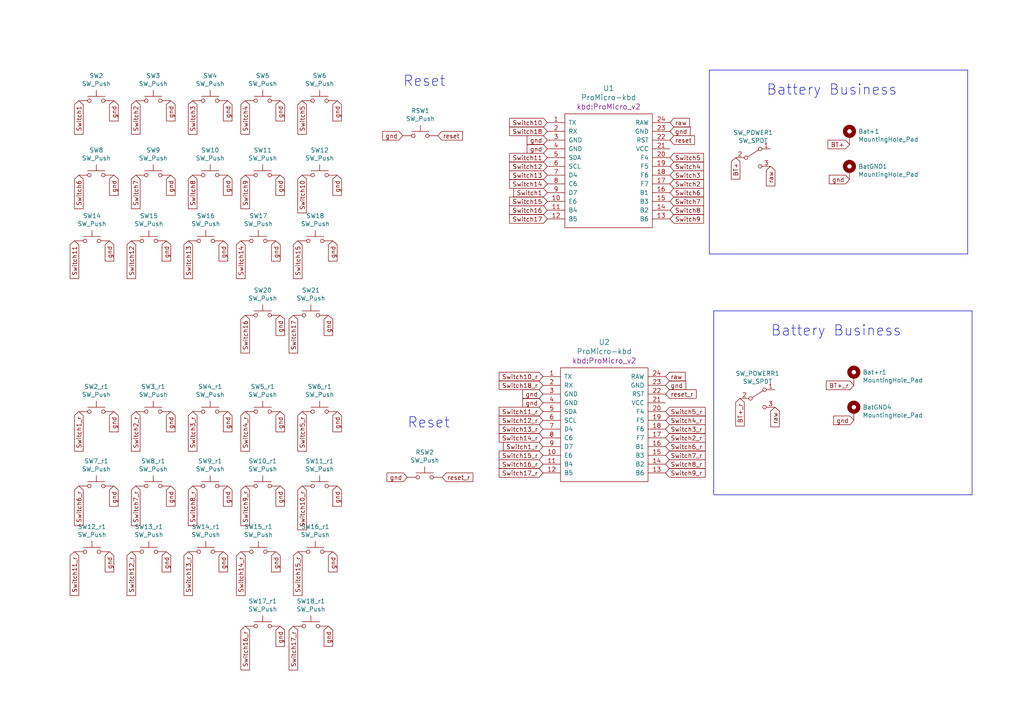
<source format=kicad_sch>
(kicad_sch
	(version 20231120)
	(generator "eeschema")
	(generator_version "8.0")
	(uuid "24f55920-4e49-46b1-ade8-3d19af9606ee")
	(paper "A4")
	(title_block
		(title "Sweep V2")
		(date "2021-03-10")
		(rev "0.1")
		(company "broomlabs")
	)
	(lib_symbols
		(symbol "Mechanical:MountingHole_Pad"
			(pin_numbers hide)
			(pin_names
				(offset 1.016) hide)
			(exclude_from_sim no)
			(in_bom yes)
			(on_board yes)
			(property "Reference" "H"
				(at 0 6.35 0)
				(effects
					(font
						(size 1.27 1.27)
					)
				)
			)
			(property "Value" "MountingHole_Pad"
				(at 0 4.445 0)
				(effects
					(font
						(size 1.27 1.27)
					)
				)
			)
			(property "Footprint" ""
				(at 0 0 0)
				(effects
					(font
						(size 1.27 1.27)
					)
					(hide yes)
				)
			)
			(property "Datasheet" "~"
				(at 0 0 0)
				(effects
					(font
						(size 1.27 1.27)
					)
					(hide yes)
				)
			)
			(property "Description" "Mounting Hole with connection"
				(at 0 0 0)
				(effects
					(font
						(size 1.27 1.27)
					)
					(hide yes)
				)
			)
			(property "ki_keywords" "mounting hole"
				(at 0 0 0)
				(effects
					(font
						(size 1.27 1.27)
					)
					(hide yes)
				)
			)
			(property "ki_fp_filters" "MountingHole*Pad*"
				(at 0 0 0)
				(effects
					(font
						(size 1.27 1.27)
					)
					(hide yes)
				)
			)
			(symbol "MountingHole_Pad_0_1"
				(circle
					(center 0 1.27)
					(radius 1.27)
					(stroke
						(width 1.27)
						(type default)
					)
					(fill
						(type none)
					)
				)
			)
			(symbol "MountingHole_Pad_1_1"
				(pin input line
					(at 0 -2.54 90)
					(length 2.54)
					(name "1"
						(effects
							(font
								(size 1.27 1.27)
							)
						)
					)
					(number "1"
						(effects
							(font
								(size 1.27 1.27)
							)
						)
					)
				)
			)
		)
		(symbol "Switch:SW_Push"
			(pin_numbers hide)
			(pin_names
				(offset 1.016) hide)
			(exclude_from_sim no)
			(in_bom yes)
			(on_board yes)
			(property "Reference" "SW"
				(at 1.27 2.54 0)
				(effects
					(font
						(size 1.27 1.27)
					)
					(justify left)
				)
			)
			(property "Value" "SW_Push"
				(at 0 -1.524 0)
				(effects
					(font
						(size 1.27 1.27)
					)
				)
			)
			(property "Footprint" ""
				(at 0 5.08 0)
				(effects
					(font
						(size 1.27 1.27)
					)
					(hide yes)
				)
			)
			(property "Datasheet" "~"
				(at 0 5.08 0)
				(effects
					(font
						(size 1.27 1.27)
					)
					(hide yes)
				)
			)
			(property "Description" "Push button switch, generic, two pins"
				(at 0 0 0)
				(effects
					(font
						(size 1.27 1.27)
					)
					(hide yes)
				)
			)
			(property "ki_keywords" "switch normally-open pushbutton push-button"
				(at 0 0 0)
				(effects
					(font
						(size 1.27 1.27)
					)
					(hide yes)
				)
			)
			(symbol "SW_Push_0_1"
				(circle
					(center -2.032 0)
					(radius 0.508)
					(stroke
						(width 0)
						(type default)
					)
					(fill
						(type none)
					)
				)
				(polyline
					(pts
						(xy 0 1.27) (xy 0 3.048)
					)
					(stroke
						(width 0)
						(type default)
					)
					(fill
						(type none)
					)
				)
				(polyline
					(pts
						(xy 2.54 1.27) (xy -2.54 1.27)
					)
					(stroke
						(width 0)
						(type default)
					)
					(fill
						(type none)
					)
				)
				(circle
					(center 2.032 0)
					(radius 0.508)
					(stroke
						(width 0)
						(type default)
					)
					(fill
						(type none)
					)
				)
				(pin passive line
					(at -5.08 0 0)
					(length 2.54)
					(name "1"
						(effects
							(font
								(size 1.27 1.27)
							)
						)
					)
					(number "1"
						(effects
							(font
								(size 1.27 1.27)
							)
						)
					)
				)
				(pin passive line
					(at 5.08 0 180)
					(length 2.54)
					(name "2"
						(effects
							(font
								(size 1.27 1.27)
							)
						)
					)
					(number "2"
						(effects
							(font
								(size 1.27 1.27)
							)
						)
					)
				)
			)
		)
		(symbol "Switch:SW_SPDT"
			(pin_names
				(offset 0) hide)
			(exclude_from_sim no)
			(in_bom yes)
			(on_board yes)
			(property "Reference" "SW"
				(at 0 4.318 0)
				(effects
					(font
						(size 1.27 1.27)
					)
				)
			)
			(property "Value" "SW_SPDT"
				(at 0 -5.08 0)
				(effects
					(font
						(size 1.27 1.27)
					)
				)
			)
			(property "Footprint" ""
				(at 0 0 0)
				(effects
					(font
						(size 1.27 1.27)
					)
					(hide yes)
				)
			)
			(property "Datasheet" "~"
				(at 0 0 0)
				(effects
					(font
						(size 1.27 1.27)
					)
					(hide yes)
				)
			)
			(property "Description" "Switch, single pole double throw"
				(at 0 0 0)
				(effects
					(font
						(size 1.27 1.27)
					)
					(hide yes)
				)
			)
			(property "ki_keywords" "switch single-pole double-throw spdt ON-ON"
				(at 0 0 0)
				(effects
					(font
						(size 1.27 1.27)
					)
					(hide yes)
				)
			)
			(symbol "SW_SPDT_0_0"
				(circle
					(center -2.032 0)
					(radius 0.508)
					(stroke
						(width 0)
						(type default)
					)
					(fill
						(type none)
					)
				)
				(circle
					(center 2.032 -2.54)
					(radius 0.508)
					(stroke
						(width 0)
						(type default)
					)
					(fill
						(type none)
					)
				)
			)
			(symbol "SW_SPDT_0_1"
				(polyline
					(pts
						(xy -1.524 0.254) (xy 1.651 2.286)
					)
					(stroke
						(width 0)
						(type default)
					)
					(fill
						(type none)
					)
				)
				(circle
					(center 2.032 2.54)
					(radius 0.508)
					(stroke
						(width 0)
						(type default)
					)
					(fill
						(type none)
					)
				)
			)
			(symbol "SW_SPDT_1_1"
				(pin passive line
					(at 5.08 2.54 180)
					(length 2.54)
					(name "A"
						(effects
							(font
								(size 1.27 1.27)
							)
						)
					)
					(number "1"
						(effects
							(font
								(size 1.27 1.27)
							)
						)
					)
				)
				(pin passive line
					(at -5.08 0 0)
					(length 2.54)
					(name "B"
						(effects
							(font
								(size 1.27 1.27)
							)
						)
					)
					(number "2"
						(effects
							(font
								(size 1.27 1.27)
							)
						)
					)
				)
				(pin passive line
					(at 5.08 -2.54 180)
					(length 2.54)
					(name "C"
						(effects
							(font
								(size 1.27 1.27)
							)
						)
					)
					(number "3"
						(effects
							(font
								(size 1.27 1.27)
							)
						)
					)
				)
			)
		)
		(symbol "sweepv2.1-rescue:ProMicro-kbd-bigblackpill-34key-rescue-sweepv2-rescue"
			(pin_names
				(offset 1.016)
			)
			(exclude_from_sim no)
			(in_bom yes)
			(on_board yes)
			(property "Reference" "U"
				(at 0 24.13 0)
				(effects
					(font
						(size 1.524 1.524)
					)
				)
			)
			(property "Value" "sweepv2-rescue_ProMicro-kbd-bigblackpill-34key-rescue"
				(at 0 -13.97 0)
				(effects
					(font
						(size 1.524 1.524)
					)
				)
			)
			(property "Footprint" ""
				(at 2.54 -26.67 0)
				(effects
					(font
						(size 1.524 1.524)
					)
				)
			)
			(property "Datasheet" ""
				(at 2.54 -26.67 0)
				(effects
					(font
						(size 1.524 1.524)
					)
				)
			)
			(property "Description" ""
				(at 0 0 0)
				(effects
					(font
						(size 1.27 1.27)
					)
					(hide yes)
				)
			)
			(symbol "ProMicro-kbd-bigblackpill-34key-rescue-sweepv2-rescue_0_1"
				(rectangle
					(start -12.7 21.59)
					(end 12.7 -11.43)
					(stroke
						(width 0)
						(type solid)
					)
					(fill
						(type none)
					)
				)
			)
			(symbol "ProMicro-kbd-bigblackpill-34key-rescue-sweepv2-rescue_1_1"
				(pin bidirectional line
					(at -17.78 19.05 0)
					(length 5.08)
					(name "TX"
						(effects
							(font
								(size 1.27 1.27)
							)
						)
					)
					(number "1"
						(effects
							(font
								(size 1.27 1.27)
							)
						)
					)
				)
				(pin bidirectional line
					(at -17.78 -3.81 0)
					(length 5.08)
					(name "E6"
						(effects
							(font
								(size 1.27 1.27)
							)
						)
					)
					(number "10"
						(effects
							(font
								(size 1.27 1.27)
							)
						)
					)
				)
				(pin bidirectional line
					(at -17.78 -6.35 0)
					(length 5.08)
					(name "B4"
						(effects
							(font
								(size 1.27 1.27)
							)
						)
					)
					(number "11"
						(effects
							(font
								(size 1.27 1.27)
							)
						)
					)
				)
				(pin bidirectional line
					(at -17.78 -8.89 0)
					(length 5.08)
					(name "B5"
						(effects
							(font
								(size 1.27 1.27)
							)
						)
					)
					(number "12"
						(effects
							(font
								(size 1.27 1.27)
							)
						)
					)
				)
				(pin bidirectional line
					(at 17.78 -8.89 180)
					(length 5.08)
					(name "B6"
						(effects
							(font
								(size 1.27 1.27)
							)
						)
					)
					(number "13"
						(effects
							(font
								(size 1.27 1.27)
							)
						)
					)
				)
				(pin bidirectional line
					(at 17.78 -6.35 180)
					(length 5.08)
					(name "B2"
						(effects
							(font
								(size 1.27 1.27)
							)
						)
					)
					(number "14"
						(effects
							(font
								(size 1.27 1.27)
							)
						)
					)
				)
				(pin bidirectional line
					(at 17.78 -3.81 180)
					(length 5.08)
					(name "B3"
						(effects
							(font
								(size 1.27 1.27)
							)
						)
					)
					(number "15"
						(effects
							(font
								(size 1.27 1.27)
							)
						)
					)
				)
				(pin bidirectional line
					(at 17.78 -1.27 180)
					(length 5.08)
					(name "B1"
						(effects
							(font
								(size 1.27 1.27)
							)
						)
					)
					(number "16"
						(effects
							(font
								(size 1.27 1.27)
							)
						)
					)
				)
				(pin bidirectional line
					(at 17.78 1.27 180)
					(length 5.08)
					(name "F7"
						(effects
							(font
								(size 1.27 1.27)
							)
						)
					)
					(number "17"
						(effects
							(font
								(size 1.27 1.27)
							)
						)
					)
				)
				(pin bidirectional line
					(at 17.78 3.81 180)
					(length 5.08)
					(name "F6"
						(effects
							(font
								(size 1.27 1.27)
							)
						)
					)
					(number "18"
						(effects
							(font
								(size 1.27 1.27)
							)
						)
					)
				)
				(pin bidirectional line
					(at 17.78 6.35 180)
					(length 5.08)
					(name "F5"
						(effects
							(font
								(size 1.27 1.27)
							)
						)
					)
					(number "19"
						(effects
							(font
								(size 1.27 1.27)
							)
						)
					)
				)
				(pin bidirectional line
					(at -17.78 16.51 0)
					(length 5.08)
					(name "RX"
						(effects
							(font
								(size 1.27 1.27)
							)
						)
					)
					(number "2"
						(effects
							(font
								(size 1.27 1.27)
							)
						)
					)
				)
				(pin bidirectional line
					(at 17.78 8.89 180)
					(length 5.08)
					(name "F4"
						(effects
							(font
								(size 1.27 1.27)
							)
						)
					)
					(number "20"
						(effects
							(font
								(size 1.27 1.27)
							)
						)
					)
				)
				(pin power_in line
					(at 17.78 11.43 180)
					(length 5.08)
					(name "VCC"
						(effects
							(font
								(size 1.27 1.27)
							)
						)
					)
					(number "21"
						(effects
							(font
								(size 1.27 1.27)
							)
						)
					)
				)
				(pin input line
					(at 17.78 13.97 180)
					(length 5.08)
					(name "RST"
						(effects
							(font
								(size 1.27 1.27)
							)
						)
					)
					(number "22"
						(effects
							(font
								(size 1.27 1.27)
							)
						)
					)
				)
				(pin power_in line
					(at 17.78 16.51 180)
					(length 5.08)
					(name "GND"
						(effects
							(font
								(size 1.27 1.27)
							)
						)
					)
					(number "23"
						(effects
							(font
								(size 1.27 1.27)
							)
						)
					)
				)
				(pin power_out line
					(at 17.78 19.05 180)
					(length 5.08)
					(name "RAW"
						(effects
							(font
								(size 1.27 1.27)
							)
						)
					)
					(number "24"
						(effects
							(font
								(size 1.27 1.27)
							)
						)
					)
				)
				(pin power_in line
					(at -17.78 13.97 0)
					(length 5.08)
					(name "GND"
						(effects
							(font
								(size 1.27 1.27)
							)
						)
					)
					(number "3"
						(effects
							(font
								(size 1.27 1.27)
							)
						)
					)
				)
				(pin power_in line
					(at -17.78 11.43 0)
					(length 5.08)
					(name "GND"
						(effects
							(font
								(size 1.27 1.27)
							)
						)
					)
					(number "4"
						(effects
							(font
								(size 1.27 1.27)
							)
						)
					)
				)
				(pin bidirectional line
					(at -17.78 8.89 0)
					(length 5.08)
					(name "SDA"
						(effects
							(font
								(size 1.27 1.27)
							)
						)
					)
					(number "5"
						(effects
							(font
								(size 1.27 1.27)
							)
						)
					)
				)
				(pin bidirectional line
					(at -17.78 6.35 0)
					(length 5.08)
					(name "SCL"
						(effects
							(font
								(size 1.27 1.27)
							)
						)
					)
					(number "6"
						(effects
							(font
								(size 1.27 1.27)
							)
						)
					)
				)
				(pin bidirectional line
					(at -17.78 3.81 0)
					(length 5.08)
					(name "D4"
						(effects
							(font
								(size 1.27 1.27)
							)
						)
					)
					(number "7"
						(effects
							(font
								(size 1.27 1.27)
							)
						)
					)
				)
				(pin bidirectional line
					(at -17.78 1.27 0)
					(length 5.08)
					(name "C6"
						(effects
							(font
								(size 1.27 1.27)
							)
						)
					)
					(number "8"
						(effects
							(font
								(size 1.27 1.27)
							)
						)
					)
				)
				(pin bidirectional line
					(at -17.78 -1.27 0)
					(length 5.08)
					(name "D7"
						(effects
							(font
								(size 1.27 1.27)
							)
						)
					)
					(number "9"
						(effects
							(font
								(size 1.27 1.27)
							)
						)
					)
				)
			)
		)
	)
	(polyline
		(pts
			(xy 281.94 143.51) (xy 207.01 143.51)
		)
		(stroke
			(width 0)
			(type default)
		)
		(uuid "00b60155-fb43-4abd-956e-4d965c8dc01d")
	)
	(polyline
		(pts
			(xy 207.01 90.17) (xy 281.94 90.17)
		)
		(stroke
			(width 0)
			(type default)
		)
		(uuid "03bdde93-a9f1-4e7f-a7ec-3409be4b3310")
	)
	(polyline
		(pts
			(xy 281.94 90.17) (xy 281.94 143.51)
		)
		(stroke
			(width 0)
			(type default)
		)
		(uuid "3a378f46-159e-4f13-a7e2-2866a95590f8")
	)
	(polyline
		(pts
			(xy 205.74 20.32) (xy 280.67 20.32)
		)
		(stroke
			(width 0)
			(type default)
		)
		(uuid "8d7acc50-d495-4567-8f04-7ac409589904")
	)
	(polyline
		(pts
			(xy 280.67 73.66) (xy 205.74 73.66)
		)
		(stroke
			(width 0)
			(type default)
		)
		(uuid "9d30f6b1-6dde-436d-8fa6-6c7d1d6eadde")
	)
	(polyline
		(pts
			(xy 207.01 143.51) (xy 207.01 90.17)
		)
		(stroke
			(width 0)
			(type default)
		)
		(uuid "b46fdd91-3957-4b7d-b0e3-75833ea6997e")
	)
	(polyline
		(pts
			(xy 205.74 73.66) (xy 205.74 20.32)
		)
		(stroke
			(width 0)
			(type default)
		)
		(uuid "df02c2c8-18d3-4dde-8714-8516ec1395ed")
	)
	(polyline
		(pts
			(xy 280.67 20.32) (xy 280.67 73.66)
		)
		(stroke
			(width 0)
			(type default)
		)
		(uuid "e46dfbae-9b00-4803-9f4a-8e70e0b7b9db")
	)
	(text "Reset"
		(exclude_from_sim no)
		(at 116.84 25.4 0)
		(effects
			(font
				(size 2.9972 2.9972)
			)
			(justify left bottom)
		)
		(uuid "24f26f09-3128-40bf-b008-6e733eb2d7ff")
	)
	(text "Battery Business"
		(exclude_from_sim no)
		(at 222.25 27.94 0)
		(effects
			(font
				(size 2.9972 2.9972)
			)
			(justify left bottom)
		)
		(uuid "534a498b-41ad-45b5-aa19-bba36791e7bb")
	)
	(text "Battery Business"
		(exclude_from_sim no)
		(at 223.52 97.79 0)
		(effects
			(font
				(size 2.9972 2.9972)
			)
			(justify left bottom)
		)
		(uuid "af51d964-b0e1-451f-b5d0-f34512a2c1a3")
	)
	(text "Reset"
		(exclude_from_sim no)
		(at 118.11 124.46 0)
		(effects
			(font
				(size 2.9972 2.9972)
			)
			(justify left bottom)
		)
		(uuid "e5ce1ae1-bb57-4fcc-a3f6-cd41b1bb4924")
	)
	(global_label "Switch7"
		(shape input)
		(at 39.37 50.8 270)
		(effects
			(font
				(size 1.27 1.27)
			)
			(justify right)
		)
		(uuid "0149a272-a31e-47b3-85d7-be17550fbf68")
		(property "Intersheetrefs" "${INTERSHEET_REFS}"
			(at 39.37 50.8 0)
			(effects
				(font
					(size 1.27 1.27)
				)
				(hide yes)
			)
		)
	)
	(global_label "Switch5_r"
		(shape input)
		(at 193.04 119.38 0)
		(effects
			(font
				(size 1.27 1.27)
			)
			(justify left)
		)
		(uuid "065eecb2-9f6c-4b50-b446-db622f8d992c")
		(property "Intersheetrefs" "${INTERSHEET_REFS}"
			(at 193.04 119.38 0)
			(effects
				(font
					(size 1.27 1.27)
				)
				(hide yes)
			)
		)
	)
	(global_label "gnd"
		(shape input)
		(at 49.53 50.8 270)
		(effects
			(font
				(size 1.27 1.27)
			)
			(justify right)
		)
		(uuid "07caed06-6525-4e7c-8da1-c03769e3d84b")
		(property "Intersheetrefs" "${INTERSHEET_REFS}"
			(at 49.53 50.8 0)
			(effects
				(font
					(size 1.27 1.27)
				)
				(hide yes)
			)
		)
	)
	(global_label "Switch4_r"
		(shape input)
		(at 193.04 121.92 0)
		(effects
			(font
				(size 1.27 1.27)
			)
			(justify left)
		)
		(uuid "09900321-f307-4388-956d-6912b3865901")
		(property "Intersheetrefs" "${INTERSHEET_REFS}"
			(at 193.04 121.92 0)
			(effects
				(font
					(size 1.27 1.27)
				)
				(hide yes)
			)
		)
	)
	(global_label "Switch7_r"
		(shape input)
		(at 193.04 132.08 0)
		(effects
			(font
				(size 1.27 1.27)
			)
			(justify left)
		)
		(uuid "0a63aee7-b71f-4e9f-a53b-428d13f250ea")
		(property "Intersheetrefs" "${INTERSHEET_REFS}"
			(at 193.04 132.08 0)
			(effects
				(font
					(size 1.27 1.27)
				)
				(hide yes)
			)
		)
	)
	(global_label "gnd"
		(shape input)
		(at 95.25 181.61 270)
		(effects
			(font
				(size 1.27 1.27)
			)
			(justify right)
		)
		(uuid "0f347b9d-b70c-4ca6-a172-c319641e585b")
		(property "Intersheetrefs" "${INTERSHEET_REFS}"
			(at 95.25 181.61 0)
			(effects
				(font
					(size 1.27 1.27)
				)
				(hide yes)
			)
		)
	)
	(global_label "Switch10_r"
		(shape input)
		(at 87.63 140.97 270)
		(effects
			(font
				(size 1.27 1.27)
			)
			(justify right)
		)
		(uuid "0f716745-3f67-4285-a24a-ae65b1a65e83")
		(property "Intersheetrefs" "${INTERSHEET_REFS}"
			(at 87.63 140.97 0)
			(effects
				(font
					(size 1.27 1.27)
				)
				(hide yes)
			)
		)
	)
	(global_label "gnd"
		(shape input)
		(at 97.79 140.97 270)
		(effects
			(font
				(size 1.27 1.27)
			)
			(justify right)
		)
		(uuid "0fb4bd16-c51b-43ca-8a1c-3da87adc537b")
		(property "Intersheetrefs" "${INTERSHEET_REFS}"
			(at 97.79 140.97 0)
			(effects
				(font
					(size 1.27 1.27)
				)
				(hide yes)
			)
		)
	)
	(global_label "Switch10"
		(shape input)
		(at 87.63 50.8 270)
		(effects
			(font
				(size 1.27 1.27)
			)
			(justify right)
		)
		(uuid "135bce47-2ca4-4fe1-b473-d87d708c21fb")
		(property "Intersheetrefs" "${INTERSHEET_REFS}"
			(at 87.63 50.8 0)
			(effects
				(font
					(size 1.27 1.27)
				)
				(hide yes)
			)
		)
	)
	(global_label "gnd"
		(shape input)
		(at 66.04 119.38 270)
		(effects
			(font
				(size 1.27 1.27)
			)
			(justify right)
		)
		(uuid "16f4ea77-a751-4504-a165-a8e62b1d7455")
		(property "Intersheetrefs" "${INTERSHEET_REFS}"
			(at 66.04 119.38 0)
			(effects
				(font
					(size 1.27 1.27)
				)
				(hide yes)
			)
		)
	)
	(global_label "Switch8"
		(shape input)
		(at 194.31 60.96 0)
		(effects
			(font
				(size 1.27 1.27)
			)
			(justify left)
		)
		(uuid "1aca5eef-7235-4272-a669-d0c63169b280")
		(property "Intersheetrefs" "${INTERSHEET_REFS}"
			(at 194.31 60.96 0)
			(effects
				(font
					(size 1.27 1.27)
				)
				(hide yes)
			)
		)
	)
	(global_label "reset"
		(shape input)
		(at 127 39.37 0)
		(effects
			(font
				(size 1.27 1.27)
			)
			(justify left)
		)
		(uuid "1b75eac8-3e39-4275-83ee-3e78aaacfcac")
		(property "Intersheetrefs" "${INTERSHEET_REFS}"
			(at 127 39.37 0)
			(effects
				(font
					(size 1.27 1.27)
				)
				(hide yes)
			)
		)
	)
	(global_label "Switch2"
		(shape input)
		(at 39.37 29.21 270)
		(effects
			(font
				(size 1.27 1.27)
			)
			(justify right)
		)
		(uuid "1d90b606-abf8-433e-acae-6a9f48752583")
		(property "Intersheetrefs" "${INTERSHEET_REFS}"
			(at 39.37 29.21 0)
			(effects
				(font
					(size 1.27 1.27)
				)
				(hide yes)
			)
		)
	)
	(global_label "gnd"
		(shape input)
		(at 157.48 114.3 180)
		(effects
			(font
				(size 1.27 1.27)
			)
			(justify right)
		)
		(uuid "1fdef137-5eae-4aa7-b559-e512fa11eb67")
		(property "Intersheetrefs" "${INTERSHEET_REFS}"
			(at 157.48 114.3 0)
			(effects
				(font
					(size 1.27 1.27)
				)
				(hide yes)
			)
		)
	)
	(global_label "Switch12_r"
		(shape input)
		(at 157.48 121.92 180)
		(effects
			(font
				(size 1.27 1.27)
			)
			(justify right)
		)
		(uuid "21cbebf6-b897-47f6-af57-2b0b44daaf2b")
		(property "Intersheetrefs" "${INTERSHEET_REFS}"
			(at 157.48 121.92 0)
			(effects
				(font
					(size 1.27 1.27)
				)
				(hide yes)
			)
		)
	)
	(global_label "raw"
		(shape input)
		(at 193.04 109.22 0)
		(effects
			(font
				(size 1.27 1.27)
			)
			(justify left)
		)
		(uuid "24bc746f-d1c9-47cc-83d2-2dd8ee601be5")
		(property "Intersheetrefs" "${INTERSHEET_REFS}"
			(at 193.04 109.22 0)
			(effects
				(font
					(size 1.27 1.27)
				)
				(hide yes)
			)
		)
	)
	(global_label "gnd"
		(shape input)
		(at 81.28 181.61 270)
		(effects
			(font
				(size 1.27 1.27)
			)
			(justify right)
		)
		(uuid "26afe824-fdc3-40e0-b912-c675fe551098")
		(property "Intersheetrefs" "${INTERSHEET_REFS}"
			(at 81.28 181.61 0)
			(effects
				(font
					(size 1.27 1.27)
				)
				(hide yes)
			)
		)
	)
	(global_label "Switch16"
		(shape input)
		(at 158.75 60.96 180)
		(effects
			(font
				(size 1.27 1.27)
			)
			(justify right)
		)
		(uuid "2be5131b-5064-4645-98ab-a3abbd9f5308")
		(property "Intersheetrefs" "${INTERSHEET_REFS}"
			(at 158.75 60.96 0)
			(effects
				(font
					(size 1.27 1.27)
				)
				(hide yes)
			)
		)
	)
	(global_label "Switch12_r"
		(shape input)
		(at 38.1 160.02 270)
		(effects
			(font
				(size 1.27 1.27)
			)
			(justify right)
		)
		(uuid "2ca720eb-d9db-4e1a-863d-c4dfaea92c80")
		(property "Intersheetrefs" "${INTERSHEET_REFS}"
			(at 38.1 160.02 0)
			(effects
				(font
					(size 1.27 1.27)
				)
				(hide yes)
			)
		)
	)
	(global_label "Switch10"
		(shape input)
		(at 158.75 35.56 180)
		(effects
			(font
				(size 1.27 1.27)
			)
			(justify right)
		)
		(uuid "2ca9c1b1-325c-45b3-a853-90cbb13fe74b")
		(property "Intersheetrefs" "${INTERSHEET_REFS}"
			(at 158.75 35.56 0)
			(effects
				(font
					(size 1.27 1.27)
				)
				(hide yes)
			)
		)
	)
	(global_label "Switch11"
		(shape input)
		(at 158.75 45.72 180)
		(effects
			(font
				(size 1.27 1.27)
			)
			(justify right)
		)
		(uuid "2f8dcc65-080e-41ac-a7ad-a8ac1bc5731d")
		(property "Intersheetrefs" "${INTERSHEET_REFS}"
			(at 158.75 45.72 0)
			(effects
				(font
					(size 1.27 1.27)
				)
				(hide yes)
			)
		)
	)
	(global_label "Switch17_r"
		(shape input)
		(at 85.09 181.61 270)
		(effects
			(font
				(size 1.27 1.27)
			)
			(justify right)
		)
		(uuid "2ff545b5-4f8d-4036-9716-4fa36d3b8248")
		(property "Intersheetrefs" "${INTERSHEET_REFS}"
			(at 85.09 181.61 0)
			(effects
				(font
					(size 1.27 1.27)
				)
				(hide yes)
			)
		)
	)
	(global_label "Switch8_r"
		(shape input)
		(at 55.88 140.97 270)
		(effects
			(font
				(size 1.27 1.27)
			)
			(justify right)
		)
		(uuid "31963111-4663-4e44-8074-f7476cedc8b3")
		(property "Intersheetrefs" "${INTERSHEET_REFS}"
			(at 55.88 140.97 0)
			(effects
				(font
					(size 1.27 1.27)
				)
				(hide yes)
			)
		)
	)
	(global_label "Switch1_r"
		(shape input)
		(at 157.48 129.54 180)
		(effects
			(font
				(size 1.27 1.27)
			)
			(justify right)
		)
		(uuid "3396879c-8e51-4635-bae7-ec1c94b37882")
		(property "Intersheetrefs" "${INTERSHEET_REFS}"
			(at 157.48 129.54 0)
			(effects
				(font
					(size 1.27 1.27)
				)
				(hide yes)
			)
		)
	)
	(global_label "Switch15_r"
		(shape input)
		(at 86.36 160.02 270)
		(effects
			(font
				(size 1.27 1.27)
			)
			(justify right)
		)
		(uuid "3501e9a9-264b-4972-a694-0685dc1b8790")
		(property "Intersheetrefs" "${INTERSHEET_REFS}"
			(at 86.36 160.02 0)
			(effects
				(font
					(size 1.27 1.27)
				)
				(hide yes)
			)
		)
	)
	(global_label "Switch2"
		(shape input)
		(at 194.31 53.34 0)
		(effects
			(font
				(size 1.27 1.27)
			)
			(justify left)
		)
		(uuid "3600ce28-621c-4e9d-832a-fd961ef5b5a2")
		(property "Intersheetrefs" "${INTERSHEET_REFS}"
			(at 194.31 53.34 0)
			(effects
				(font
					(size 1.27 1.27)
				)
				(hide yes)
			)
		)
	)
	(global_label "Switch9_r"
		(shape input)
		(at 193.04 137.16 0)
		(effects
			(font
				(size 1.27 1.27)
			)
			(justify left)
		)
		(uuid "383a6088-dc7f-425f-9f79-606e27a46bdc")
		(property "Intersheetrefs" "${INTERSHEET_REFS}"
			(at 193.04 137.16 0)
			(effects
				(font
					(size 1.27 1.27)
				)
				(hide yes)
			)
		)
	)
	(global_label "gnd"
		(shape input)
		(at 96.52 160.02 270)
		(effects
			(font
				(size 1.27 1.27)
			)
			(justify right)
		)
		(uuid "388db064-b7b7-4294-a0f0-79c3c584640b")
		(property "Intersheetrefs" "${INTERSHEET_REFS}"
			(at 96.52 160.02 0)
			(effects
				(font
					(size 1.27 1.27)
				)
				(hide yes)
			)
		)
	)
	(global_label "gnd"
		(shape input)
		(at 116.84 39.37 180)
		(effects
			(font
				(size 1.27 1.27)
			)
			(justify right)
		)
		(uuid "3907b8ea-c2e0-403d-bf72-744edbed1495")
		(property "Intersheetrefs" "${INTERSHEET_REFS}"
			(at 116.84 39.37 0)
			(effects
				(font
					(size 1.27 1.27)
				)
				(hide yes)
			)
		)
	)
	(global_label "gnd"
		(shape input)
		(at 193.04 111.76 0)
		(effects
			(font
				(size 1.27 1.27)
			)
			(justify left)
		)
		(uuid "399d6d47-fcd0-4d14-ba4e-e02a6c90561e")
		(property "Intersheetrefs" "${INTERSHEET_REFS}"
			(at 193.04 111.76 0)
			(effects
				(font
					(size 1.27 1.27)
				)
				(hide yes)
			)
		)
	)
	(global_label "Switch8_r"
		(shape input)
		(at 193.04 134.62 0)
		(effects
			(font
				(size 1.27 1.27)
			)
			(justify left)
		)
		(uuid "3aaf4432-90dd-491a-a329-f0cf67af475d")
		(property "Intersheetrefs" "${INTERSHEET_REFS}"
			(at 193.04 134.62 0)
			(effects
				(font
					(size 1.27 1.27)
				)
				(hide yes)
			)
		)
	)
	(global_label "Switch6_r"
		(shape input)
		(at 193.04 129.54 0)
		(effects
			(font
				(size 1.27 1.27)
			)
			(justify left)
		)
		(uuid "3c1a82a0-ebc9-4b4b-8750-ba39ace536d9")
		(property "Intersheetrefs" "${INTERSHEET_REFS}"
			(at 193.04 129.54 0)
			(effects
				(font
					(size 1.27 1.27)
				)
				(hide yes)
			)
		)
	)
	(global_label "Switch7"
		(shape input)
		(at 194.31 58.42 0)
		(effects
			(font
				(size 1.27 1.27)
			)
			(justify left)
		)
		(uuid "3c472514-a2c8-4f4f-9838-bb4ed328ea87")
		(property "Intersheetrefs" "${INTERSHEET_REFS}"
			(at 194.31 58.42 0)
			(effects
				(font
					(size 1.27 1.27)
				)
				(hide yes)
			)
		)
	)
	(global_label "reset_r"
		(shape input)
		(at 193.04 114.3 0)
		(effects
			(font
				(size 1.27 1.27)
			)
			(justify left)
		)
		(uuid "3f25c576-881d-4cff-bb2b-4b39999edd96")
		(property "Intersheetrefs" "${INTERSHEET_REFS}"
			(at 193.04 114.3 0)
			(effects
				(font
					(size 1.27 1.27)
				)
				(hide yes)
			)
		)
	)
	(global_label "Switch14_r"
		(shape input)
		(at 69.85 160.02 270)
		(effects
			(font
				(size 1.27 1.27)
			)
			(justify right)
		)
		(uuid "401a09be-3344-4365-a8ca-d7d2ecd7d111")
		(property "Intersheetrefs" "${INTERSHEET_REFS}"
			(at 69.85 160.02 0)
			(effects
				(font
					(size 1.27 1.27)
				)
				(hide yes)
			)
		)
	)
	(global_label "gnd"
		(shape input)
		(at 96.52 69.85 270)
		(effects
			(font
				(size 1.27 1.27)
			)
			(justify right)
		)
		(uuid "4125b29b-16a8-4d24-bbda-77cfb980a7e2")
		(property "Intersheetrefs" "${INTERSHEET_REFS}"
			(at 96.52 69.85 0)
			(effects
				(font
					(size 1.27 1.27)
				)
				(hide yes)
			)
		)
	)
	(global_label "raw"
		(shape input)
		(at 194.31 35.56 0)
		(effects
			(font
				(size 1.27 1.27)
			)
			(justify left)
		)
		(uuid "41504cfc-ed56-4b30-9a74-ad185fa9da91")
		(property "Intersheetrefs" "${INTERSHEET_REFS}"
			(at 194.31 35.56 0)
			(effects
				(font
					(size 1.27 1.27)
				)
				(hide yes)
			)
		)
	)
	(global_label "reset_r"
		(shape input)
		(at 128.27 138.43 0)
		(effects
			(font
				(size 1.27 1.27)
			)
			(justify left)
		)
		(uuid "43b3c4f1-da33-4eae-a236-58bb1e3bcfb9")
		(property "Intersheetrefs" "${INTERSHEET_REFS}"
			(at 128.27 138.43 0)
			(effects
				(font
					(size 1.27 1.27)
				)
				(hide yes)
			)
		)
	)
	(global_label "gnd"
		(shape input)
		(at 81.28 119.38 270)
		(effects
			(font
				(size 1.27 1.27)
			)
			(justify right)
		)
		(uuid "4562e0ba-8a71-4573-a163-da4ac3a47f16")
		(property "Intersheetrefs" "${INTERSHEET_REFS}"
			(at 81.28 119.38 0)
			(effects
				(font
					(size 1.27 1.27)
				)
				(hide yes)
			)
		)
	)
	(global_label "Switch9"
		(shape input)
		(at 194.31 63.5 0)
		(effects
			(font
				(size 1.27 1.27)
			)
			(justify left)
		)
		(uuid "45f28008-9183-4fa9-b413-e41526a0f7fe")
		(property "Intersheetrefs" "${INTERSHEET_REFS}"
			(at 194.31 63.5 0)
			(effects
				(font
					(size 1.27 1.27)
				)
				(hide yes)
			)
		)
	)
	(global_label "Switch5"
		(shape input)
		(at 87.63 29.21 270)
		(effects
			(font
				(size 1.27 1.27)
			)
			(justify right)
		)
		(uuid "47a4ba08-c926-4405-b3e1-01f22068c777")
		(property "Intersheetrefs" "${INTERSHEET_REFS}"
			(at 87.63 29.21 0)
			(effects
				(font
					(size 1.27 1.27)
				)
				(hide yes)
			)
		)
	)
	(global_label "Switch3"
		(shape input)
		(at 194.31 50.8 0)
		(effects
			(font
				(size 1.27 1.27)
			)
			(justify left)
		)
		(uuid "4a2016fa-ff69-4a82-9c8a-294e2c3fd607")
		(property "Intersheetrefs" "${INTERSHEET_REFS}"
			(at 194.31 50.8 0)
			(effects
				(font
					(size 1.27 1.27)
				)
				(hide yes)
			)
		)
	)
	(global_label "gnd"
		(shape input)
		(at 81.28 140.97 270)
		(effects
			(font
				(size 1.27 1.27)
			)
			(justify right)
		)
		(uuid "4b036e28-1344-4e4b-b89f-e171e1a7240f")
		(property "Intersheetrefs" "${INTERSHEET_REFS}"
			(at 81.28 140.97 0)
			(effects
				(font
					(size 1.27 1.27)
				)
				(hide yes)
			)
		)
	)
	(global_label "Switch7_r"
		(shape input)
		(at 39.37 140.97 270)
		(effects
			(font
				(size 1.27 1.27)
			)
			(justify right)
		)
		(uuid "4c227c0a-d37b-4341-affd-3b6892cc532b")
		(property "Intersheetrefs" "${INTERSHEET_REFS}"
			(at 39.37 140.97 0)
			(effects
				(font
					(size 1.27 1.27)
				)
				(hide yes)
			)
		)
	)
	(global_label "gnd"
		(shape input)
		(at 33.02 50.8 270)
		(effects
			(font
				(size 1.27 1.27)
			)
			(justify right)
		)
		(uuid "54ce4f90-28f8-42a8-8d3c-abbd69ed076a")
		(property "Intersheetrefs" "${INTERSHEET_REFS}"
			(at 33.02 50.8 0)
			(effects
				(font
					(size 1.27 1.27)
				)
				(hide yes)
			)
		)
	)
	(global_label "gnd"
		(shape input)
		(at 31.75 160.02 270)
		(effects
			(font
				(size 1.27 1.27)
			)
			(justify right)
		)
		(uuid "55a3bf1f-b443-4983-a4c3-6e1d3c8e2163")
		(property "Intersheetrefs" "${INTERSHEET_REFS}"
			(at 31.75 160.02 0)
			(effects
				(font
					(size 1.27 1.27)
				)
				(hide yes)
			)
		)
	)
	(global_label "gnd"
		(shape input)
		(at 33.02 140.97 270)
		(effects
			(font
				(size 1.27 1.27)
			)
			(justify right)
		)
		(uuid "578902df-86a3-4240-aa51-108edb8d9465")
		(property "Intersheetrefs" "${INTERSHEET_REFS}"
			(at 33.02 140.97 0)
			(effects
				(font
					(size 1.27 1.27)
				)
				(hide yes)
			)
		)
	)
	(global_label "gnd"
		(shape input)
		(at 247.65 121.92 180)
		(effects
			(font
				(size 1.27 1.27)
			)
			(justify right)
		)
		(uuid "58987cae-f9d9-4856-bfac-9629d7fd662d")
		(property "Intersheetrefs" "${INTERSHEET_REFS}"
			(at 247.65 121.92 0)
			(effects
				(font
					(size 1.27 1.27)
				)
				(hide yes)
			)
		)
	)
	(global_label "Switch13_r"
		(shape input)
		(at 54.61 160.02 270)
		(effects
			(font
				(size 1.27 1.27)
			)
			(justify right)
		)
		(uuid "5c399786-7493-44ea-9742-49a402a5e6ac")
		(property "Intersheetrefs" "${INTERSHEET_REFS}"
			(at 54.61 160.02 0)
			(effects
				(font
					(size 1.27 1.27)
				)
				(hide yes)
			)
		)
	)
	(global_label "Switch1"
		(shape input)
		(at 22.86 29.21 270)
		(effects
			(font
				(size 1.27 1.27)
			)
			(justify right)
		)
		(uuid "5ebae382-6f58-421e-8202-2438b46f93b8")
		(property "Intersheetrefs" "${INTERSHEET_REFS}"
			(at 22.86 29.21 0)
			(effects
				(font
					(size 1.27 1.27)
				)
				(hide yes)
			)
		)
	)
	(global_label "Switch2_r"
		(shape input)
		(at 193.04 127 0)
		(effects
			(font
				(size 1.27 1.27)
			)
			(justify left)
		)
		(uuid "5ebc32cd-dd57-43d9-b7b0-9cf4d0769a9c")
		(property "Intersheetrefs" "${INTERSHEET_REFS}"
			(at 193.04 127 0)
			(effects
				(font
					(size 1.27 1.27)
				)
				(hide yes)
			)
		)
	)
	(global_label "gnd"
		(shape input)
		(at 49.53 29.21 270)
		(effects
			(font
				(size 1.27 1.27)
			)
			(justify right)
		)
		(uuid "5ff6a987-5d38-4db2-aeae-28d1e1ebf9ef")
		(property "Intersheetrefs" "${INTERSHEET_REFS}"
			(at 49.53 29.21 0)
			(effects
				(font
					(size 1.27 1.27)
				)
				(hide yes)
			)
		)
	)
	(global_label "Switch5_r"
		(shape input)
		(at 87.63 119.38 270)
		(effects
			(font
				(size 1.27 1.27)
			)
			(justify right)
		)
		(uuid "60c3a3ec-b26e-4cc5-b591-931a793f9e96")
		(property "Intersheetrefs" "${INTERSHEET_REFS}"
			(at 87.63 119.38 0)
			(effects
				(font
					(size 1.27 1.27)
				)
				(hide yes)
			)
		)
	)
	(global_label "reset"
		(shape input)
		(at 194.31 40.64 0)
		(effects
			(font
				(size 1.27 1.27)
			)
			(justify left)
		)
		(uuid "6398e56c-6604-4130-80ac-0ecfc031d7c9")
		(property "Intersheetrefs" "${INTERSHEET_REFS}"
			(at 194.31 40.64 0)
			(effects
				(font
					(size 1.27 1.27)
				)
				(hide yes)
			)
		)
	)
	(global_label "gnd"
		(shape input)
		(at 97.79 119.38 270)
		(effects
			(font
				(size 1.27 1.27)
			)
			(justify right)
		)
		(uuid "65b9cfaf-5c9f-4877-bbb6-c213730dacce")
		(property "Intersheetrefs" "${INTERSHEET_REFS}"
			(at 97.79 119.38 0)
			(effects
				(font
					(size 1.27 1.27)
				)
				(hide yes)
			)
		)
	)
	(global_label "Switch1_r"
		(shape input)
		(at 22.86 119.38 270)
		(effects
			(font
				(size 1.27 1.27)
			)
			(justify right)
		)
		(uuid "694a72fc-db06-46a4-9a8c-e21ba568563f")
		(property "Intersheetrefs" "${INTERSHEET_REFS}"
			(at 22.86 119.38 0)
			(effects
				(font
					(size 1.27 1.27)
				)
				(hide yes)
			)
		)
	)
	(global_label "Switch4"
		(shape input)
		(at 71.12 29.21 270)
		(effects
			(font
				(size 1.27 1.27)
			)
			(justify right)
		)
		(uuid "69d9d96c-f372-4fb0-93b6-25bd781dd9a8")
		(property "Intersheetrefs" "${INTERSHEET_REFS}"
			(at 71.12 29.21 0)
			(effects
				(font
					(size 1.27 1.27)
				)
				(hide yes)
			)
		)
	)
	(global_label "BT+_r"
		(shape input)
		(at 214.63 115.57 270)
		(effects
			(font
				(size 1.27 1.27)
			)
			(justify right)
		)
		(uuid "6e4a9a02-99ad-4946-a9cd-93a6902bd0f8")
		(property "Intersheetrefs" "${INTERSHEET_REFS}"
			(at 214.63 115.57 0)
			(effects
				(font
					(size 1.27 1.27)
				)
				(hide yes)
			)
		)
	)
	(global_label "Switch13_r"
		(shape input)
		(at 157.48 124.46 180)
		(effects
			(font
				(size 1.27 1.27)
			)
			(justify right)
		)
		(uuid "6eeb17ca-5c3a-4e50-92ba-728038c31594")
		(property "Intersheetrefs" "${INTERSHEET_REFS}"
			(at 157.48 124.46 0)
			(effects
				(font
					(size 1.27 1.27)
				)
				(hide yes)
			)
		)
	)
	(global_label "Switch6"
		(shape input)
		(at 194.31 55.88 0)
		(effects
			(font
				(size 1.27 1.27)
			)
			(justify left)
		)
		(uuid "6f027d09-0e19-4dba-b2f1-5a106a4782cb")
		(property "Intersheetrefs" "${INTERSHEET_REFS}"
			(at 194.31 55.88 0)
			(effects
				(font
					(size 1.27 1.27)
				)
				(hide yes)
			)
		)
	)
	(global_label "Switch13"
		(shape input)
		(at 158.75 50.8 180)
		(effects
			(font
				(size 1.27 1.27)
			)
			(justify right)
		)
		(uuid "6fa1b79c-18fd-44f3-8101-c7eeb011b1c1")
		(property "Intersheetrefs" "${INTERSHEET_REFS}"
			(at 158.75 50.8 0)
			(effects
				(font
					(size 1.27 1.27)
				)
				(hide yes)
			)
		)
	)
	(global_label "Switch14"
		(shape input)
		(at 69.85 69.85 270)
		(effects
			(font
				(size 1.27 1.27)
			)
			(justify right)
		)
		(uuid "6faf38f1-cd87-402f-9886-7a5dc61e6e99")
		(property "Intersheetrefs" "${INTERSHEET_REFS}"
			(at 69.85 69.85 0)
			(effects
				(font
					(size 1.27 1.27)
				)
				(hide yes)
			)
		)
	)
	(global_label "Switch2_r"
		(shape input)
		(at 39.37 119.38 270)
		(effects
			(font
				(size 1.27 1.27)
			)
			(justify right)
		)
		(uuid "709f7757-fd63-4ddc-a3f2-fe36eef6b67e")
		(property "Intersheetrefs" "${INTERSHEET_REFS}"
			(at 39.37 119.38 0)
			(effects
				(font
					(size 1.27 1.27)
				)
				(hide yes)
			)
		)
	)
	(global_label "gnd"
		(shape input)
		(at 48.26 160.02 270)
		(effects
			(font
				(size 1.27 1.27)
			)
			(justify right)
		)
		(uuid "7102e330-f723-4431-953d-79f6894749fe")
		(property "Intersheetrefs" "${INTERSHEET_REFS}"
			(at 48.26 160.02 0)
			(effects
				(font
					(size 1.27 1.27)
				)
				(hide yes)
			)
		)
	)
	(global_label "Switch15"
		(shape input)
		(at 158.75 58.42 180)
		(effects
			(font
				(size 1.27 1.27)
			)
			(justify right)
		)
		(uuid "7104f893-be0d-441d-9001-9dcc681371bb")
		(property "Intersheetrefs" "${INTERSHEET_REFS}"
			(at 158.75 58.42 0)
			(effects
				(font
					(size 1.27 1.27)
				)
				(hide yes)
			)
		)
	)
	(global_label "Switch10_r"
		(shape input)
		(at 157.48 109.22 180)
		(effects
			(font
				(size 1.27 1.27)
			)
			(justify right)
		)
		(uuid "734c0046-4668-4b55-b358-3d8874606221")
		(property "Intersheetrefs" "${INTERSHEET_REFS}"
			(at 157.48 109.22 0)
			(effects
				(font
					(size 1.27 1.27)
				)
				(hide yes)
			)
		)
	)
	(global_label "Switch17_r"
		(shape input)
		(at 157.48 137.16 180)
		(effects
			(font
				(size 1.27 1.27)
			)
			(justify right)
		)
		(uuid "7b9fda21-1d55-42b8-9554-fe96e1c7dd94")
		(property "Intersheetrefs" "${INTERSHEET_REFS}"
			(at 157.48 137.16 0)
			(effects
				(font
					(size 1.27 1.27)
				)
				(hide yes)
			)
		)
	)
	(global_label "gnd"
		(shape input)
		(at 48.26 69.85 270)
		(effects
			(font
				(size 1.27 1.27)
			)
			(justify right)
		)
		(uuid "7c40f40d-9df9-4430-ae50-373a876efa47")
		(property "Intersheetrefs" "${INTERSHEET_REFS}"
			(at 48.26 69.85 0)
			(effects
				(font
					(size 1.27 1.27)
				)
				(hide yes)
			)
		)
	)
	(global_label "Switch4_r"
		(shape input)
		(at 71.12 119.38 270)
		(effects
			(font
				(size 1.27 1.27)
			)
			(justify right)
		)
		(uuid "7ca4b41c-e766-4246-98c0-97e7e6ce4fc3")
		(property "Intersheetrefs" "${INTERSHEET_REFS}"
			(at 71.12 119.38 0)
			(effects
				(font
					(size 1.27 1.27)
				)
				(hide yes)
			)
		)
	)
	(global_label "gnd"
		(shape input)
		(at 80.01 160.02 270)
		(effects
			(font
				(size 1.27 1.27)
			)
			(justify right)
		)
		(uuid "7e742ccf-f0be-49d5-9ddf-08a8d08d84e7")
		(property "Intersheetrefs" "${INTERSHEET_REFS}"
			(at 80.01 160.02 0)
			(effects
				(font
					(size 1.27 1.27)
				)
				(hide yes)
			)
		)
	)
	(global_label "Switch12"
		(shape input)
		(at 158.75 48.26 180)
		(effects
			(font
				(size 1.27 1.27)
			)
			(justify right)
		)
		(uuid "87755dd1-d11f-40d1-b3cd-eb592d3f966b")
		(property "Intersheetrefs" "${INTERSHEET_REFS}"
			(at 158.75 48.26 0)
			(effects
				(font
					(size 1.27 1.27)
				)
				(hide yes)
			)
		)
	)
	(global_label "gnd"
		(shape input)
		(at 31.75 69.85 270)
		(effects
			(font
				(size 1.27 1.27)
			)
			(justify right)
		)
		(uuid "8d2cb693-65bd-419f-a8aa-453634eaff68")
		(property "Intersheetrefs" "${INTERSHEET_REFS}"
			(at 31.75 69.85 0)
			(effects
				(font
					(size 1.27 1.27)
				)
				(hide yes)
			)
		)
	)
	(global_label "gnd"
		(shape input)
		(at 33.02 29.21 270)
		(effects
			(font
				(size 1.27 1.27)
			)
			(justify right)
		)
		(uuid "8dc4812f-094b-4573-8209-07f801e776ec")
		(property "Intersheetrefs" "${INTERSHEET_REFS}"
			(at 33.02 29.21 0)
			(effects
				(font
					(size 1.27 1.27)
				)
				(hide yes)
			)
		)
	)
	(global_label "Switch14_r"
		(shape input)
		(at 157.48 127 180)
		(effects
			(font
				(size 1.27 1.27)
			)
			(justify right)
		)
		(uuid "8fa482fa-d2c0-4c26-8bc2-e32600bb20a5")
		(property "Intersheetrefs" "${INTERSHEET_REFS}"
			(at 157.48 127 0)
			(effects
				(font
					(size 1.27 1.27)
				)
				(hide yes)
			)
		)
	)
	(global_label "gnd"
		(shape input)
		(at 194.31 38.1 0)
		(effects
			(font
				(size 1.27 1.27)
			)
			(justify left)
		)
		(uuid "91030625-1bd4-44ba-aaed-7d65b16c6f17")
		(property "Intersheetrefs" "${INTERSHEET_REFS}"
			(at 194.31 38.1 0)
			(effects
				(font
					(size 1.27 1.27)
				)
				(hide yes)
			)
		)
	)
	(global_label "gnd"
		(shape input)
		(at 157.48 116.84 180)
		(effects
			(font
				(size 1.27 1.27)
			)
			(justify right)
		)
		(uuid "91aeb624-f730-47c4-b6cc-ca3e812b1aca")
		(property "Intersheetrefs" "${INTERSHEET_REFS}"
			(at 157.48 116.84 0)
			(effects
				(font
					(size 1.27 1.27)
				)
				(hide yes)
			)
		)
	)
	(global_label "gnd"
		(shape input)
		(at 95.25 91.44 270)
		(effects
			(font
				(size 1.27 1.27)
			)
			(justify right)
		)
		(uuid "9299e0cf-a635-4da7-996f-41c3b65dcaa2")
		(property "Intersheetrefs" "${INTERSHEET_REFS}"
			(at 95.25 91.44 0)
			(effects
				(font
					(size 1.27 1.27)
				)
				(hide yes)
			)
		)
	)
	(global_label "Switch17"
		(shape input)
		(at 85.09 91.44 270)
		(effects
			(font
				(size 1.27 1.27)
			)
			(justify right)
		)
		(uuid "93e69fb3-e4d8-4a9f-81d4-aa55267285d2")
		(property "Intersheetrefs" "${INTERSHEET_REFS}"
			(at 85.09 91.44 0)
			(effects
				(font
					(size 1.27 1.27)
				)
				(hide yes)
			)
		)
	)
	(global_label "Switch1"
		(shape input)
		(at 158.75 55.88 180)
		(effects
			(font
				(size 1.27 1.27)
			)
			(justify right)
		)
		(uuid "944af765-ba0b-44b1-bf42-0b170112323f")
		(property "Intersheetrefs" "${INTERSHEET_REFS}"
			(at 158.75 55.88 0)
			(effects
				(font
					(size 1.27 1.27)
				)
				(hide yes)
			)
		)
	)
	(global_label "Switch9"
		(shape input)
		(at 71.12 50.8 270)
		(effects
			(font
				(size 1.27 1.27)
			)
			(justify right)
		)
		(uuid "973fbb29-89b7-452a-a7d4-002afad522c2")
		(property "Intersheetrefs" "${INTERSHEET_REFS}"
			(at 71.12 50.8 0)
			(effects
				(font
					(size 1.27 1.27)
				)
				(hide yes)
			)
		)
	)
	(global_label "gnd"
		(shape input)
		(at 81.28 50.8 270)
		(effects
			(font
				(size 1.27 1.27)
			)
			(justify right)
		)
		(uuid "9a372b5f-bf38-48d5-98cc-abe3931ada2b")
		(property "Intersheetrefs" "${INTERSHEET_REFS}"
			(at 81.28 50.8 0)
			(effects
				(font
					(size 1.27 1.27)
				)
				(hide yes)
			)
		)
	)
	(global_label "Switch11_r"
		(shape input)
		(at 21.59 160.02 270)
		(effects
			(font
				(size 1.27 1.27)
			)
			(justify right)
		)
		(uuid "9cacd25e-023e-4b9e-893d-c026eb3363f0")
		(property "Intersheetrefs" "${INTERSHEET_REFS}"
			(at 21.59 160.02 0)
			(effects
				(font
					(size 1.27 1.27)
				)
				(hide yes)
			)
		)
	)
	(global_label "gnd"
		(shape input)
		(at 49.53 140.97 270)
		(effects
			(font
				(size 1.27 1.27)
			)
			(justify right)
		)
		(uuid "9cc61c81-2689-4304-8d34-268d58591c5a")
		(property "Intersheetrefs" "${INTERSHEET_REFS}"
			(at 49.53 140.97 0)
			(effects
				(font
					(size 1.27 1.27)
				)
				(hide yes)
			)
		)
	)
	(global_label "Switch4"
		(shape input)
		(at 194.31 48.26 0)
		(effects
			(font
				(size 1.27 1.27)
			)
			(justify left)
		)
		(uuid "a248e452-123f-4f82-9e13-cb055eae7309")
		(property "Intersheetrefs" "${INTERSHEET_REFS}"
			(at 194.31 48.26 0)
			(effects
				(font
					(size 1.27 1.27)
				)
				(hide yes)
			)
		)
	)
	(global_label "Switch3"
		(shape input)
		(at 55.88 29.21 270)
		(effects
			(font
				(size 1.27 1.27)
			)
			(justify right)
		)
		(uuid "a5fe71bc-be0b-486c-89bc-113d608fcf39")
		(property "Intersheetrefs" "${INTERSHEET_REFS}"
			(at 55.88 29.21 0)
			(effects
				(font
					(size 1.27 1.27)
				)
				(hide yes)
			)
		)
	)
	(global_label "gnd"
		(shape input)
		(at 246.38 52.07 180)
		(effects
			(font
				(size 1.27 1.27)
			)
			(justify right)
		)
		(uuid "a8163598-151a-43d5-9ccf-5e2de433bbe1")
		(property "Intersheetrefs" "${INTERSHEET_REFS}"
			(at 246.38 52.07 0)
			(effects
				(font
					(size 1.27 1.27)
				)
				(hide yes)
			)
		)
	)
	(global_label "Switch15"
		(shape input)
		(at 86.36 69.85 270)
		(effects
			(font
				(size 1.27 1.27)
			)
			(justify right)
		)
		(uuid "a9cdccb6-7eea-493f-ada6-96a2f3f2c153")
		(property "Intersheetrefs" "${INTERSHEET_REFS}"
			(at 86.36 69.85 0)
			(effects
				(font
					(size 1.27 1.27)
				)
				(hide yes)
			)
		)
	)
	(global_label "raw"
		(shape input)
		(at 223.52 48.26 270)
		(effects
			(font
				(size 1.27 1.27)
			)
			(justify right)
		)
		(uuid "a9f133f5-61b7-4a1b-a0f0-ef72170a17a5")
		(property "Intersheetrefs" "${INTERSHEET_REFS}"
			(at 223.52 48.26 0)
			(effects
				(font
					(size 1.27 1.27)
				)
				(hide yes)
			)
		)
	)
	(global_label "Switch6_r"
		(shape input)
		(at 22.86 140.97 270)
		(effects
			(font
				(size 1.27 1.27)
			)
			(justify right)
		)
		(uuid "aa5a3ed6-91eb-48a2-8808-5ac67ab28f6a")
		(property "Intersheetrefs" "${INTERSHEET_REFS}"
			(at 22.86 140.97 0)
			(effects
				(font
					(size 1.27 1.27)
				)
				(hide yes)
			)
		)
	)
	(global_label "gnd"
		(shape input)
		(at 97.79 29.21 270)
		(effects
			(font
				(size 1.27 1.27)
			)
			(justify right)
		)
		(uuid "abf0bdcf-9d5e-4d89-aa90-8f2be1d0f51b")
		(property "Intersheetrefs" "${INTERSHEET_REFS}"
			(at 97.79 29.21 0)
			(effects
				(font
					(size 1.27 1.27)
				)
				(hide yes)
			)
		)
	)
	(global_label "Switch18"
		(shape input)
		(at 158.75 38.1 180)
		(effects
			(font
				(size 1.27 1.27)
			)
			(justify right)
		)
		(uuid "b12d67b6-a89d-4b21-adb4-a3c0c0fb3ea5")
		(property "Intersheetrefs" "${INTERSHEET_REFS}"
			(at 158.75 38.1 0)
			(effects
				(font
					(size 1.27 1.27)
				)
				(hide yes)
			)
		)
	)
	(global_label "Switch3_r"
		(shape input)
		(at 55.88 119.38 270)
		(effects
			(font
				(size 1.27 1.27)
			)
			(justify right)
		)
		(uuid "b6224c10-8453-42db-81ff-8230d9e18cc5")
		(property "Intersheetrefs" "${INTERSHEET_REFS}"
			(at 55.88 119.38 0)
			(effects
				(font
					(size 1.27 1.27)
				)
				(hide yes)
			)
		)
	)
	(global_label "gnd"
		(shape input)
		(at 81.28 29.21 270)
		(effects
			(font
				(size 1.27 1.27)
			)
			(justify right)
		)
		(uuid "b622bf7c-ea33-4337-bae6-323bc4c219bb")
		(property "Intersheetrefs" "${INTERSHEET_REFS}"
			(at 81.28 29.21 0)
			(effects
				(font
					(size 1.27 1.27)
				)
				(hide yes)
			)
		)
	)
	(global_label "Switch3_r"
		(shape input)
		(at 193.04 124.46 0)
		(effects
			(font
				(size 1.27 1.27)
			)
			(justify left)
		)
		(uuid "bd0cabd1-b7b3-46db-832a-47502594037f")
		(property "Intersheetrefs" "${INTERSHEET_REFS}"
			(at 193.04 124.46 0)
			(effects
				(font
					(size 1.27 1.27)
				)
				(hide yes)
			)
		)
	)
	(global_label "Switch5"
		(shape input)
		(at 194.31 45.72 0)
		(effects
			(font
				(size 1.27 1.27)
			)
			(justify left)
		)
		(uuid "bf95a21a-674c-4c3c-8993-81c3d5085561")
		(property "Intersheetrefs" "${INTERSHEET_REFS}"
			(at 194.31 45.72 0)
			(effects
				(font
					(size 1.27 1.27)
				)
				(hide yes)
			)
		)
	)
	(global_label "Switch11"
		(shape input)
		(at 21.59 69.85 270)
		(effects
			(font
				(size 1.27 1.27)
			)
			(justify right)
		)
		(uuid "c2e83e7f-870f-4b66-96c1-29a81c5c948e")
		(property "Intersheetrefs" "${INTERSHEET_REFS}"
			(at 21.59 69.85 0)
			(effects
				(font
					(size 1.27 1.27)
				)
				(hide yes)
			)
		)
	)
	(global_label "BT+"
		(shape input)
		(at 213.36 45.72 270)
		(effects
			(font
				(size 1.27 1.27)
			)
			(justify right)
		)
		(uuid "c345e5ec-8549-4579-a0c0-5b7d0e9155a4")
		(property "Intersheetrefs" "${INTERSHEET_REFS}"
			(at 213.36 45.72 0)
			(effects
				(font
					(size 1.27 1.27)
				)
				(hide yes)
			)
		)
	)
	(global_label "Switch14"
		(shape input)
		(at 158.75 53.34 180)
		(effects
			(font
				(size 1.27 1.27)
			)
			(justify right)
		)
		(uuid "c3596a7b-84e5-4be3-a682-5cb0617fc0fa")
		(property "Intersheetrefs" "${INTERSHEET_REFS}"
			(at 158.75 53.34 0)
			(effects
				(font
					(size 1.27 1.27)
				)
				(hide yes)
			)
		)
	)
	(global_label "Switch9_r"
		(shape input)
		(at 71.12 140.97 270)
		(effects
			(font
				(size 1.27 1.27)
			)
			(justify right)
		)
		(uuid "ca2d2108-6593-4696-acd3-2e0a33bd877d")
		(property "Intersheetrefs" "${INTERSHEET_REFS}"
			(at 71.12 140.97 0)
			(effects
				(font
					(size 1.27 1.27)
				)
				(hide yes)
			)
		)
	)
	(global_label "gnd"
		(shape input)
		(at 66.04 50.8 270)
		(effects
			(font
				(size 1.27 1.27)
			)
			(justify right)
		)
		(uuid "cdce3248-76b1-4c1d-b50f-7f5f1523acb5")
		(property "Intersheetrefs" "${INTERSHEET_REFS}"
			(at 66.04 50.8 0)
			(effects
				(font
					(size 1.27 1.27)
				)
				(hide yes)
			)
		)
	)
	(global_label "gnd"
		(shape input)
		(at 64.77 69.85 270)
		(effects
			(font
				(size 1.27 1.27)
			)
			(justify right)
		)
		(uuid "ce7894a6-22c1-4a95-b5ca-c0019e63c7d3")
		(property "Intersheetrefs" "${INTERSHEET_REFS}"
			(at 64.77 69.85 0)
			(effects
				(font
					(size 1.27 1.27)
				)
				(hide yes)
			)
		)
	)
	(global_label "Switch16_r"
		(shape input)
		(at 71.12 181.61 270)
		(effects
			(font
				(size 1.27 1.27)
			)
			(justify right)
		)
		(uuid "d182cdc0-90d4-4312-aa4c-21f46cab7b34")
		(property "Intersheetrefs" "${INTERSHEET_REFS}"
			(at 71.12 181.61 0)
			(effects
				(font
					(size 1.27 1.27)
				)
				(hide yes)
			)
		)
	)
	(global_label "gnd"
		(shape input)
		(at 158.75 40.64 180)
		(effects
			(font
				(size 1.27 1.27)
			)
			(justify right)
		)
		(uuid "d58fdc5e-0f51-4a68-9536-0baec79a3398")
		(property "Intersheetrefs" "${INTERSHEET_REFS}"
			(at 158.75 40.64 0)
			(effects
				(font
					(size 1.27 1.27)
				)
				(hide yes)
			)
		)
	)
	(global_label "BT+"
		(shape input)
		(at 246.38 41.91 180)
		(effects
			(font
				(size 1.27 1.27)
			)
			(justify right)
		)
		(uuid "d6efc2c3-b86a-4236-802f-c018c75937c4")
		(property "Intersheetrefs" "${INTERSHEET_REFS}"
			(at 246.38 41.91 0)
			(effects
				(font
					(size 1.27 1.27)
				)
				(hide yes)
			)
		)
	)
	(global_label "Switch11_r"
		(shape input)
		(at 157.48 119.38 180)
		(effects
			(font
				(size 1.27 1.27)
			)
			(justify right)
		)
		(uuid "d8fc2529-5eae-4622-b731-74451064054e")
		(property "Intersheetrefs" "${INTERSHEET_REFS}"
			(at 157.48 119.38 0)
			(effects
				(font
					(size 1.27 1.27)
				)
				(hide yes)
			)
		)
	)
	(global_label "gnd"
		(shape input)
		(at 158.75 43.18 180)
		(effects
			(font
				(size 1.27 1.27)
			)
			(justify right)
		)
		(uuid "d938e701-b55a-4f16-8d8a-4b53db138611")
		(property "Intersheetrefs" "${INTERSHEET_REFS}"
			(at 158.75 43.18 0)
			(effects
				(font
					(size 1.27 1.27)
				)
				(hide yes)
			)
		)
	)
	(global_label "Switch8"
		(shape input)
		(at 55.88 50.8 270)
		(effects
			(font
				(size 1.27 1.27)
			)
			(justify right)
		)
		(uuid "dc5e0655-273d-4ded-ba4a-0506bc247066")
		(property "Intersheetrefs" "${INTERSHEET_REFS}"
			(at 55.88 50.8 0)
			(effects
				(font
					(size 1.27 1.27)
				)
				(hide yes)
			)
		)
	)
	(global_label "gnd"
		(shape input)
		(at 64.77 160.02 270)
		(effects
			(font
				(size 1.27 1.27)
			)
			(justify right)
		)
		(uuid "dcdb0340-5b57-4681-aef1-373aeb41e49c")
		(property "Intersheetrefs" "${INTERSHEET_REFS}"
			(at 64.77 160.02 0)
			(effects
				(font
					(size 1.27 1.27)
				)
				(hide yes)
			)
		)
	)
	(global_label "Switch17"
		(shape input)
		(at 158.75 63.5 180)
		(effects
			(font
				(size 1.27 1.27)
			)
			(justify right)
		)
		(uuid "dda6ebc9-af7b-4d2e-ab94-95177aed63c2")
		(property "Intersheetrefs" "${INTERSHEET_REFS}"
			(at 158.75 63.5 0)
			(effects
				(font
					(size 1.27 1.27)
				)
				(hide yes)
			)
		)
	)
	(global_label "gnd"
		(shape input)
		(at 81.28 91.44 270)
		(effects
			(font
				(size 1.27 1.27)
			)
			(justify right)
		)
		(uuid "de95fc5f-3cfc-4cd6-8f6f-9d354572db11")
		(property "Intersheetrefs" "${INTERSHEET_REFS}"
			(at 81.28 91.44 0)
			(effects
				(font
					(size 1.27 1.27)
				)
				(hide yes)
			)
		)
	)
	(global_label "raw"
		(shape input)
		(at 224.79 118.11 270)
		(effects
			(font
				(size 1.27 1.27)
			)
			(justify right)
		)
		(uuid "e26875e6-9ee5-4608-b40c-74eb1446209b")
		(property "Intersheetrefs" "${INTERSHEET_REFS}"
			(at 224.79 118.11 0)
			(effects
				(font
					(size 1.27 1.27)
				)
				(hide yes)
			)
		)
	)
	(global_label "gnd"
		(shape input)
		(at 49.53 119.38 270)
		(effects
			(font
				(size 1.27 1.27)
			)
			(justify right)
		)
		(uuid "e2d2f76c-0e0b-4313-b1d1-e8e90f634feb")
		(property "Intersheetrefs" "${INTERSHEET_REFS}"
			(at 49.53 119.38 0)
			(effects
				(font
					(size 1.27 1.27)
				)
				(hide yes)
			)
		)
	)
	(global_label "gnd"
		(shape input)
		(at 33.02 119.38 270)
		(effects
			(font
				(size 1.27 1.27)
			)
			(justify right)
		)
		(uuid "e5c95939-22c3-4529-aaa5-c3e1a216a338")
		(property "Intersheetrefs" "${INTERSHEET_REFS}"
			(at 33.02 119.38 0)
			(effects
				(font
					(size 1.27 1.27)
				)
				(hide yes)
			)
		)
	)
	(global_label "Switch16"
		(shape input)
		(at 71.12 91.44 270)
		(effects
			(font
				(size 1.27 1.27)
			)
			(justify right)
		)
		(uuid "e92753ee-f7b7-4d5a-b6bd-af46bea8d1a3")
		(property "Intersheetrefs" "${INTERSHEET_REFS}"
			(at 71.12 91.44 0)
			(effects
				(font
					(size 1.27 1.27)
				)
				(hide yes)
			)
		)
	)
	(global_label "Switch18_r"
		(shape input)
		(at 157.48 111.76 180)
		(effects
			(font
				(size 1.27 1.27)
			)
			(justify right)
		)
		(uuid "e96948f2-4855-4d09-a22c-9369e65f7b6e")
		(property "Intersheetrefs" "${INTERSHEET_REFS}"
			(at 157.48 111.76 0)
			(effects
				(font
					(size 1.27 1.27)
				)
				(hide yes)
			)
		)
	)
	(global_label "gnd"
		(shape input)
		(at 80.01 69.85 270)
		(effects
			(font
				(size 1.27 1.27)
			)
			(justify right)
		)
		(uuid "e997b78c-8bd4-4d7b-8b1a-06599cd34c51")
		(property "Intersheetrefs" "${INTERSHEET_REFS}"
			(at 80.01 69.85 0)
			(effects
				(font
					(size 1.27 1.27)
				)
				(hide yes)
			)
		)
	)
	(global_label "gnd"
		(shape input)
		(at 118.11 138.43 180)
		(effects
			(font
				(size 1.27 1.27)
			)
			(justify right)
		)
		(uuid "e9e5bf98-29cb-4c34-b708-7bc0482be993")
		(property "Intersheetrefs" "${INTERSHEET_REFS}"
			(at 118.11 138.43 0)
			(effects
				(font
					(size 1.27 1.27)
				)
				(hide yes)
			)
		)
	)
	(global_label "gnd"
		(shape input)
		(at 66.04 29.21 270)
		(effects
			(font
				(size 1.27 1.27)
			)
			(justify right)
		)
		(uuid "eabca4b0-d147-4a67-b3b3-fd6186d0c882")
		(property "Intersheetrefs" "${INTERSHEET_REFS}"
			(at 66.04 29.21 0)
			(effects
				(font
					(size 1.27 1.27)
				)
				(hide yes)
			)
		)
	)
	(global_label "gnd"
		(shape input)
		(at 66.04 140.97 270)
		(effects
			(font
				(size 1.27 1.27)
			)
			(justify right)
		)
		(uuid "ee7e593b-142a-4f0c-b621-3d1301bc9464")
		(property "Intersheetrefs" "${INTERSHEET_REFS}"
			(at 66.04 140.97 0)
			(effects
				(font
					(size 1.27 1.27)
				)
				(hide yes)
			)
		)
	)
	(global_label "Switch15_r"
		(shape input)
		(at 157.48 132.08 180)
		(effects
			(font
				(size 1.27 1.27)
			)
			(justify right)
		)
		(uuid "ef75d723-1d9e-48d0-bd67-451120047017")
		(property "Intersheetrefs" "${INTERSHEET_REFS}"
			(at 157.48 132.08 0)
			(effects
				(font
					(size 1.27 1.27)
				)
				(hide yes)
			)
		)
	)
	(global_label "Switch12"
		(shape input)
		(at 38.1 69.85 270)
		(effects
			(font
				(size 1.27 1.27)
			)
			(justify right)
		)
		(uuid "f04fe4ec-199f-4a62-8ea2-58b82b182305")
		(property "Intersheetrefs" "${INTERSHEET_REFS}"
			(at 38.1 69.85 0)
			(effects
				(font
					(size 1.27 1.27)
				)
				(hide yes)
			)
		)
	)
	(global_label "Switch16_r"
		(shape input)
		(at 157.48 134.62 180)
		(effects
			(font
				(size 1.27 1.27)
			)
			(justify right)
		)
		(uuid "f120c0df-24f1-466e-aea7-9e110e9f0e4e")
		(property "Intersheetrefs" "${INTERSHEET_REFS}"
			(at 157.48 134.62 0)
			(effects
				(font
					(size 1.27 1.27)
				)
				(hide yes)
			)
		)
	)
	(global_label "BT+_r"
		(shape input)
		(at 247.65 111.76 180)
		(effects
			(font
				(size 1.27 1.27)
			)
			(justify right)
		)
		(uuid "f13c94b8-eff2-4821-abfb-e40a9b40a43e")
		(property "Intersheetrefs" "${INTERSHEET_REFS}"
			(at 247.65 111.76 0)
			(effects
				(font
					(size 1.27 1.27)
				)
				(hide yes)
			)
		)
	)
	(global_label "Switch6"
		(shape input)
		(at 22.86 50.8 270)
		(effects
			(font
				(size 1.27 1.27)
			)
			(justify right)
		)
		(uuid "fa8f5908-f7fe-4e6e-b99c-07eaa747665e")
		(property "Intersheetrefs" "${INTERSHEET_REFS}"
			(at 22.86 50.8 0)
			(effects
				(font
					(size 1.27 1.27)
				)
				(hide yes)
			)
		)
	)
	(global_label "gnd"
		(shape input)
		(at 97.79 50.8 270)
		(effects
			(font
				(size 1.27 1.27)
			)
			(justify right)
		)
		(uuid "ff24ed91-afdd-4f5a-b233-34e7d48ed574")
		(property "Intersheetrefs" "${INTERSHEET_REFS}"
			(at 97.79 50.8 0)
			(effects
				(font
					(size 1.27 1.27)
				)
				(hide yes)
			)
		)
	)
	(global_label "Switch13"
		(shape input)
		(at 54.61 69.85 270)
		(effects
			(font
				(size 1.27 1.27)
			)
			(justify right)
		)
		(uuid "ffc31bd8-a04f-4ba1-88aa-707f244422e1")
		(property "Intersheetrefs" "${INTERSHEET_REFS}"
			(at 54.61 69.85 0)
			(effects
				(font
					(size 1.27 1.27)
				)
				(hide yes)
			)
		)
	)
	(symbol
		(lib_id "Mechanical:MountingHole_Pad")
		(at 246.38 39.37 0)
		(unit 1)
		(exclude_from_sim no)
		(in_bom yes)
		(on_board yes)
		(dnp no)
		(uuid "00000000-0000-0000-0000-000060495346")
		(property "Reference" "Bat+1"
			(at 248.92 38.1254 0)
			(effects
				(font
					(size 1.27 1.27)
				)
				(justify left)
			)
		)
		(property "Value" "MountingHole_Pad"
			(at 248.92 40.4368 0)
			(effects
				(font
					(size 1.27 1.27)
				)
				(justify left)
			)
		)
		(property "Footprint" "kbd:1pin_conn"
			(at 246.38 39.37 0)
			(effects
				(font
					(size 1.27 1.27)
				)
				(hide yes)
			)
		)
		(property "Datasheet" "~"
			(at 246.38 39.37 0)
			(effects
				(font
					(size 1.27 1.27)
				)
				(hide yes)
			)
		)
		(property "Description" ""
			(at 246.38 39.37 0)
			(effects
				(font
					(size 1.27 1.27)
				)
				(hide yes)
			)
		)
		(pin "1"
			(uuid "0eea3bc5-8e9a-4317-9a80-56fe5a1b7f8b")
		)
		(instances
			(project "sweepv2.1"
				(path "/24f55920-4e49-46b1-ade8-3d19af9606ee"
					(reference "Bat+1")
					(unit 1)
				)
			)
		)
	)
	(symbol
		(lib_id "Mechanical:MountingHole_Pad")
		(at 246.38 49.53 0)
		(unit 1)
		(exclude_from_sim no)
		(in_bom yes)
		(on_board yes)
		(dnp no)
		(uuid "00000000-0000-0000-0000-00006049571b")
		(property "Reference" "BatGND1"
			(at 248.92 48.2854 0)
			(effects
				(font
					(size 1.27 1.27)
				)
				(justify left)
			)
		)
		(property "Value" "MountingHole_Pad"
			(at 248.92 50.5968 0)
			(effects
				(font
					(size 1.27 1.27)
				)
				(justify left)
			)
		)
		(property "Footprint" "kbd:1pin_conn"
			(at 246.38 49.53 0)
			(effects
				(font
					(size 1.27 1.27)
				)
				(hide yes)
			)
		)
		(property "Datasheet" "~"
			(at 246.38 49.53 0)
			(effects
				(font
					(size 1.27 1.27)
				)
				(hide yes)
			)
		)
		(property "Description" ""
			(at 246.38 49.53 0)
			(effects
				(font
					(size 1.27 1.27)
				)
				(hide yes)
			)
		)
		(pin "1"
			(uuid "d6521e4f-0a60-42ed-af19-9ff2a9d78904")
		)
		(instances
			(project "sweepv2.1"
				(path "/24f55920-4e49-46b1-ade8-3d19af9606ee"
					(reference "BatGND1")
					(unit 1)
				)
			)
		)
	)
	(symbol
		(lib_id "sweepv2.1-rescue:ProMicro-kbd-bigblackpill-34key-rescue-sweepv2-rescue")
		(at 176.53 54.61 0)
		(unit 1)
		(exclude_from_sim no)
		(in_bom yes)
		(on_board yes)
		(dnp no)
		(uuid "00000000-0000-0000-0000-00006049d3fb")
		(property "Reference" "U1"
			(at 176.53 25.5778 0)
			(effects
				(font
					(size 1.524 1.524)
				)
			)
		)
		(property "Value" "ProMicro-kbd"
			(at 176.53 28.2702 0)
			(effects
				(font
					(size 1.524 1.524)
				)
			)
		)
		(property "Footprint" "kbd:ProMicro_v2"
			(at 176.53 30.9626 0)
			(effects
				(font
					(size 1.524 1.524)
				)
			)
		)
		(property "Datasheet" ""
			(at 179.07 81.28 0)
			(effects
				(font
					(size 1.524 1.524)
				)
			)
		)
		(property "Description" ""
			(at 176.53 54.61 0)
			(effects
				(font
					(size 1.27 1.27)
				)
				(hide yes)
			)
		)
		(pin "1"
			(uuid "ca84c153-4488-41ec-ad5c-6922aa865de6")
		)
		(pin "10"
			(uuid "aabef847-805e-41df-ac58-d65bba41324a")
		)
		(pin "11"
			(uuid "dc25acbd-fb49-4c06-9c91-761d7e7d3a6a")
		)
		(pin "12"
			(uuid "9c3a398f-3a2c-4278-8b50-b098a698855a")
		)
		(pin "13"
			(uuid "f369a40a-6546-4a3d-91d9-36ce84d9ddc0")
		)
		(pin "14"
			(uuid "bcbc10b3-c9c6-445e-96b3-7167b64cb661")
		)
		(pin "15"
			(uuid "9e2bdb5a-64ea-4d9f-9fcd-b9fded78dcf2")
		)
		(pin "16"
			(uuid "18202d69-d361-4b93-a404-ce12ddf34e63")
		)
		(pin "17"
			(uuid "92bd43a9-55d9-46c7-adbb-d151b19c39dd")
		)
		(pin "18"
			(uuid "39ad7d45-e2d2-4ca7-8301-593ac48359f4")
		)
		(pin "19"
			(uuid "daa2b15b-d3d3-4ac5-aba9-dd9a9a6fffe6")
		)
		(pin "2"
			(uuid "3836d2a4-439c-40f5-8c9c-7389fb9905ce")
		)
		(pin "20"
			(uuid "c3ce702e-0b38-47a8-a0d7-d2b243124e05")
		)
		(pin "21"
			(uuid "64852fea-f7a2-4477-8d1b-6021b2ff95a5")
		)
		(pin "22"
			(uuid "910cb840-aafd-4c9b-bc61-fb629ece6d36")
		)
		(pin "23"
			(uuid "6f9cf894-48db-4d60-b24c-6c5d5963929d")
		)
		(pin "24"
			(uuid "51449122-45a1-4cbf-bf15-8da01a00cea2")
		)
		(pin "3"
			(uuid "72a676e3-02b5-4f30-8111-0b4541f6c920")
		)
		(pin "4"
			(uuid "d789608e-c06f-4caf-a805-afbaec4d845b")
		)
		(pin "5"
			(uuid "255e805e-f10e-48ed-aae5-cc78407180ce")
		)
		(pin "6"
			(uuid "383dd04b-e6ac-4e0d-8fb2-475d8f4317ea")
		)
		(pin "7"
			(uuid "8ef686dd-e9b7-4373-bea7-98ce4cabe67f")
		)
		(pin "8"
			(uuid "35f3c518-183e-46b6-9136-d056cf809e56")
		)
		(pin "9"
			(uuid "3c956756-c8fe-4999-b238-c4d92e45789e")
		)
		(instances
			(project "sweepv2.1"
				(path "/24f55920-4e49-46b1-ade8-3d19af9606ee"
					(reference "U1")
					(unit 1)
				)
			)
		)
	)
	(symbol
		(lib_id "Switch:SW_Push")
		(at 27.94 29.21 0)
		(unit 1)
		(exclude_from_sim no)
		(in_bom yes)
		(on_board yes)
		(dnp no)
		(uuid "00000000-0000-0000-0000-00006049e323")
		(property "Reference" "SW2"
			(at 27.94 21.971 0)
			(effects
				(font
					(size 1.27 1.27)
				)
			)
		)
		(property "Value" "SW_Push"
			(at 27.94 24.2824 0)
			(effects
				(font
					(size 1.27 1.27)
				)
			)
		)
		(property "Footprint" "Kailh:SW_PG1350_rev_DPB"
			(at 27.94 24.13 0)
			(effects
				(font
					(size 1.27 1.27)
				)
				(hide yes)
			)
		)
		(property "Datasheet" "~"
			(at 27.94 24.13 0)
			(effects
				(font
					(size 1.27 1.27)
				)
				(hide yes)
			)
		)
		(property "Description" ""
			(at 27.94 29.21 0)
			(effects
				(font
					(size 1.27 1.27)
				)
				(hide yes)
			)
		)
		(pin "1"
			(uuid "2abee61b-60d7-4413-9a34-ad26b0ad4659")
		)
		(pin "2"
			(uuid "a31c4c52-5b88-4de9-a521-44b0c2b1dd1c")
		)
		(instances
			(project "sweepv2.1"
				(path "/24f55920-4e49-46b1-ade8-3d19af9606ee"
					(reference "SW2")
					(unit 1)
				)
			)
		)
	)
	(symbol
		(lib_id "Switch:SW_Push")
		(at 44.45 29.21 0)
		(unit 1)
		(exclude_from_sim no)
		(in_bom yes)
		(on_board yes)
		(dnp no)
		(uuid "00000000-0000-0000-0000-00006049e7c0")
		(property "Reference" "SW3"
			(at 44.45 21.971 0)
			(effects
				(font
					(size 1.27 1.27)
				)
			)
		)
		(property "Value" "SW_Push"
			(at 44.45 24.2824 0)
			(effects
				(font
					(size 1.27 1.27)
				)
			)
		)
		(property "Footprint" "Kailh:SW_PG1350_rev_DPB"
			(at 44.45 24.13 0)
			(effects
				(font
					(size 1.27 1.27)
				)
				(hide yes)
			)
		)
		(property "Datasheet" "~"
			(at 44.45 24.13 0)
			(effects
				(font
					(size 1.27 1.27)
				)
				(hide yes)
			)
		)
		(property "Description" ""
			(at 44.45 29.21 0)
			(effects
				(font
					(size 1.27 1.27)
				)
				(hide yes)
			)
		)
		(pin "1"
			(uuid "c16e8b96-a3f8-4af7-ab9d-7e59f0cbf609")
		)
		(pin "2"
			(uuid "e9355b45-1a06-4784-aca9-44644402e538")
		)
		(instances
			(project "sweepv2.1"
				(path "/24f55920-4e49-46b1-ade8-3d19af9606ee"
					(reference "SW3")
					(unit 1)
				)
			)
		)
	)
	(symbol
		(lib_id "Switch:SW_Push")
		(at 60.96 29.21 0)
		(unit 1)
		(exclude_from_sim no)
		(in_bom yes)
		(on_board yes)
		(dnp no)
		(uuid "00000000-0000-0000-0000-00006049eb70")
		(property "Reference" "SW4"
			(at 60.96 21.971 0)
			(effects
				(font
					(size 1.27 1.27)
				)
			)
		)
		(property "Value" "SW_Push"
			(at 60.96 24.2824 0)
			(effects
				(font
					(size 1.27 1.27)
				)
			)
		)
		(property "Footprint" "Kailh:SW_PG1350_rev_DPB"
			(at 60.96 24.13 0)
			(effects
				(font
					(size 1.27 1.27)
				)
				(hide yes)
			)
		)
		(property "Datasheet" "~"
			(at 60.96 24.13 0)
			(effects
				(font
					(size 1.27 1.27)
				)
				(hide yes)
			)
		)
		(property "Description" ""
			(at 60.96 29.21 0)
			(effects
				(font
					(size 1.27 1.27)
				)
				(hide yes)
			)
		)
		(pin "1"
			(uuid "0fc0bbd5-a7d8-4ac1-ad65-d8b4d6d2e0c0")
		)
		(pin "2"
			(uuid "77dc24c4-7eb2-4992-a6be-e3e9f58abae4")
		)
		(instances
			(project "sweepv2.1"
				(path "/24f55920-4e49-46b1-ade8-3d19af9606ee"
					(reference "SW4")
					(unit 1)
				)
			)
		)
	)
	(symbol
		(lib_id "Switch:SW_Push")
		(at 76.2 29.21 0)
		(unit 1)
		(exclude_from_sim no)
		(in_bom yes)
		(on_board yes)
		(dnp no)
		(uuid "00000000-0000-0000-0000-00006049f636")
		(property "Reference" "SW5"
			(at 76.2 21.971 0)
			(effects
				(font
					(size 1.27 1.27)
				)
			)
		)
		(property "Value" "SW_Push"
			(at 76.2 24.2824 0)
			(effects
				(font
					(size 1.27 1.27)
				)
			)
		)
		(property "Footprint" "Kailh:SW_PG1350_rev_DPB"
			(at 76.2 24.13 0)
			(effects
				(font
					(size 1.27 1.27)
				)
				(hide yes)
			)
		)
		(property "Datasheet" "~"
			(at 76.2 24.13 0)
			(effects
				(font
					(size 1.27 1.27)
				)
				(hide yes)
			)
		)
		(property "Description" ""
			(at 76.2 29.21 0)
			(effects
				(font
					(size 1.27 1.27)
				)
				(hide yes)
			)
		)
		(pin "1"
			(uuid "40ac1cbf-bc08-481e-8236-c538d8cd72e7")
		)
		(pin "2"
			(uuid "6cd989b4-7c66-417a-8837-44008c1c3819")
		)
		(instances
			(project "sweepv2.1"
				(path "/24f55920-4e49-46b1-ade8-3d19af9606ee"
					(reference "SW5")
					(unit 1)
				)
			)
		)
	)
	(symbol
		(lib_id "Switch:SW_Push")
		(at 92.71 29.21 0)
		(unit 1)
		(exclude_from_sim no)
		(in_bom yes)
		(on_board yes)
		(dnp no)
		(uuid "00000000-0000-0000-0000-00006049f698")
		(property "Reference" "SW6"
			(at 92.71 21.971 0)
			(effects
				(font
					(size 1.27 1.27)
				)
			)
		)
		(property "Value" "SW_Push"
			(at 92.71 24.2824 0)
			(effects
				(font
					(size 1.27 1.27)
				)
			)
		)
		(property "Footprint" "Kailh:SW_PG1350_rev_DPB"
			(at 92.71 24.13 0)
			(effects
				(font
					(size 1.27 1.27)
				)
				(hide yes)
			)
		)
		(property "Datasheet" "~"
			(at 92.71 24.13 0)
			(effects
				(font
					(size 1.27 1.27)
				)
				(hide yes)
			)
		)
		(property "Description" ""
			(at 92.71 29.21 0)
			(effects
				(font
					(size 1.27 1.27)
				)
				(hide yes)
			)
		)
		(pin "1"
			(uuid "4968fc08-dea7-490a-9dac-0a8a842e7f22")
		)
		(pin "2"
			(uuid "68816fa2-3870-464a-aff0-8922b5412f5b")
		)
		(instances
			(project "sweepv2.1"
				(path "/24f55920-4e49-46b1-ade8-3d19af9606ee"
					(reference "SW6")
					(unit 1)
				)
			)
		)
	)
	(symbol
		(lib_id "Switch:SW_Push")
		(at 76.2 91.44 0)
		(unit 1)
		(exclude_from_sim no)
		(in_bom yes)
		(on_board yes)
		(dnp no)
		(uuid "00000000-0000-0000-0000-0000604a14c0")
		(property "Reference" "SW20"
			(at 76.2 84.201 0)
			(effects
				(font
					(size 1.27 1.27)
				)
			)
		)
		(property "Value" "SW_Push"
			(at 76.2 86.5124 0)
			(effects
				(font
					(size 1.27 1.27)
				)
			)
		)
		(property "Footprint" "Kailh:SW_PG1350_rev_DPB"
			(at 76.2 86.36 0)
			(effects
				(font
					(size 1.27 1.27)
				)
				(hide yes)
			)
		)
		(property "Datasheet" "~"
			(at 76.2 86.36 0)
			(effects
				(font
					(size 1.27 1.27)
				)
				(hide yes)
			)
		)
		(property "Description" ""
			(at 76.2 91.44 0)
			(effects
				(font
					(size 1.27 1.27)
				)
				(hide yes)
			)
		)
		(pin "1"
			(uuid "70fe495b-b5cd-48d3-b06c-85055a7813b4")
		)
		(pin "2"
			(uuid "4cb6772e-7f7b-417c-ab70-5c53f0323d25")
		)
		(instances
			(project "sweepv2.1"
				(path "/24f55920-4e49-46b1-ade8-3d19af9606ee"
					(reference "SW20")
					(unit 1)
				)
			)
		)
	)
	(symbol
		(lib_id "Switch:SW_Push")
		(at 90.17 91.44 0)
		(unit 1)
		(exclude_from_sim no)
		(in_bom yes)
		(on_board yes)
		(dnp no)
		(uuid "00000000-0000-0000-0000-0000604a14ca")
		(property "Reference" "SW21"
			(at 90.17 84.201 0)
			(effects
				(font
					(size 1.27 1.27)
				)
			)
		)
		(property "Value" "SW_Push"
			(at 90.17 86.5124 0)
			(effects
				(font
					(size 1.27 1.27)
				)
			)
		)
		(property "Footprint" "Kailh:SW_PG1350_rev_DPB"
			(at 90.17 86.36 0)
			(effects
				(font
					(size 1.27 1.27)
				)
				(hide yes)
			)
		)
		(property "Datasheet" "~"
			(at 90.17 86.36 0)
			(effects
				(font
					(size 1.27 1.27)
				)
				(hide yes)
			)
		)
		(property "Description" ""
			(at 90.17 91.44 0)
			(effects
				(font
					(size 1.27 1.27)
				)
				(hide yes)
			)
		)
		(pin "1"
			(uuid "7388c084-3ebf-4cb2-a613-2a7353b7fcf9")
		)
		(pin "2"
			(uuid "1ff570d0-452c-431b-80b1-110c930b9989")
		)
		(instances
			(project "sweepv2.1"
				(path "/24f55920-4e49-46b1-ade8-3d19af9606ee"
					(reference "SW21")
					(unit 1)
				)
			)
		)
	)
	(symbol
		(lib_id "Switch:SW_Push")
		(at 27.94 50.8 0)
		(unit 1)
		(exclude_from_sim no)
		(in_bom yes)
		(on_board yes)
		(dnp no)
		(uuid "00000000-0000-0000-0000-0000604a6c6c")
		(property "Reference" "SW8"
			(at 27.94 43.561 0)
			(effects
				(font
					(size 1.27 1.27)
				)
			)
		)
		(property "Value" "SW_Push"
			(at 27.94 45.8724 0)
			(effects
				(font
					(size 1.27 1.27)
				)
			)
		)
		(property "Footprint" "Kailh:SW_PG1350_rev_DPB"
			(at 27.94 45.72 0)
			(effects
				(font
					(size 1.27 1.27)
				)
				(hide yes)
			)
		)
		(property "Datasheet" "~"
			(at 27.94 45.72 0)
			(effects
				(font
					(size 1.27 1.27)
				)
				(hide yes)
			)
		)
		(property "Description" ""
			(at 27.94 50.8 0)
			(effects
				(font
					(size 1.27 1.27)
				)
				(hide yes)
			)
		)
		(pin "1"
			(uuid "e7df061d-c96d-4d35-ab6f-0af98bda6a75")
		)
		(pin "2"
			(uuid "dbf52690-7a75-4b15-90fc-6638ff8abf7e")
		)
		(instances
			(project "sweepv2.1"
				(path "/24f55920-4e49-46b1-ade8-3d19af9606ee"
					(reference "SW8")
					(unit 1)
				)
			)
		)
	)
	(symbol
		(lib_id "Switch:SW_Push")
		(at 44.45 50.8 0)
		(unit 1)
		(exclude_from_sim no)
		(in_bom yes)
		(on_board yes)
		(dnp no)
		(uuid "00000000-0000-0000-0000-0000604a6d52")
		(property "Reference" "SW9"
			(at 44.45 43.561 0)
			(effects
				(font
					(size 1.27 1.27)
				)
			)
		)
		(property "Value" "SW_Push"
			(at 44.45 45.8724 0)
			(effects
				(font
					(size 1.27 1.27)
				)
			)
		)
		(property "Footprint" "Kailh:SW_PG1350_rev_DPB"
			(at 44.45 45.72 0)
			(effects
				(font
					(size 1.27 1.27)
				)
				(hide yes)
			)
		)
		(property "Datasheet" "~"
			(at 44.45 45.72 0)
			(effects
				(font
					(size 1.27 1.27)
				)
				(hide yes)
			)
		)
		(property "Description" ""
			(at 44.45 50.8 0)
			(effects
				(font
					(size 1.27 1.27)
				)
				(hide yes)
			)
		)
		(pin "1"
			(uuid "d191ff26-46cf-4595-9681-ef80815090be")
		)
		(pin "2"
			(uuid "7ec06fe3-130c-410a-a013-d0e73e64e4bc")
		)
		(instances
			(project "sweepv2.1"
				(path "/24f55920-4e49-46b1-ade8-3d19af9606ee"
					(reference "SW9")
					(unit 1)
				)
			)
		)
	)
	(symbol
		(lib_id "Switch:SW_Push")
		(at 60.96 50.8 0)
		(unit 1)
		(exclude_from_sim no)
		(in_bom yes)
		(on_board yes)
		(dnp no)
		(uuid "00000000-0000-0000-0000-0000604a6d5c")
		(property "Reference" "SW10"
			(at 60.96 43.561 0)
			(effects
				(font
					(size 1.27 1.27)
				)
			)
		)
		(property "Value" "SW_Push"
			(at 60.96 45.8724 0)
			(effects
				(font
					(size 1.27 1.27)
				)
			)
		)
		(property "Footprint" "Kailh:SW_PG1350_rev_DPB"
			(at 60.96 45.72 0)
			(effects
				(font
					(size 1.27 1.27)
				)
				(hide yes)
			)
		)
		(property "Datasheet" "~"
			(at 60.96 45.72 0)
			(effects
				(font
					(size 1.27 1.27)
				)
				(hide yes)
			)
		)
		(property "Description" ""
			(at 60.96 50.8 0)
			(effects
				(font
					(size 1.27 1.27)
				)
				(hide yes)
			)
		)
		(pin "1"
			(uuid "76819045-5302-4dca-9c83-031174403d6d")
		)
		(pin "2"
			(uuid "b9890702-8a4b-47d5-98b4-7b2626330124")
		)
		(instances
			(project "sweepv2.1"
				(path "/24f55920-4e49-46b1-ade8-3d19af9606ee"
					(reference "SW10")
					(unit 1)
				)
			)
		)
	)
	(symbol
		(lib_id "Switch:SW_Push")
		(at 76.2 50.8 0)
		(unit 1)
		(exclude_from_sim no)
		(in_bom yes)
		(on_board yes)
		(dnp no)
		(uuid "00000000-0000-0000-0000-0000604a6d66")
		(property "Reference" "SW11"
			(at 76.2 43.561 0)
			(effects
				(font
					(size 1.27 1.27)
				)
			)
		)
		(property "Value" "SW_Push"
			(at 76.2 45.8724 0)
			(effects
				(font
					(size 1.27 1.27)
				)
			)
		)
		(property "Footprint" "Kailh:SW_PG1350_rev_DPB"
			(at 76.2 45.72 0)
			(effects
				(font
					(size 1.27 1.27)
				)
				(hide yes)
			)
		)
		(property "Datasheet" "~"
			(at 76.2 45.72 0)
			(effects
				(font
					(size 1.27 1.27)
				)
				(hide yes)
			)
		)
		(property "Description" ""
			(at 76.2 50.8 0)
			(effects
				(font
					(size 1.27 1.27)
				)
				(hide yes)
			)
		)
		(pin "1"
			(uuid "5184ff14-6430-4e76-bb91-58e189b5c67f")
		)
		(pin "2"
			(uuid "4cfeda0e-4692-4c10-b8f0-9a7101e88f32")
		)
		(instances
			(project "sweepv2.1"
				(path "/24f55920-4e49-46b1-ade8-3d19af9606ee"
					(reference "SW11")
					(unit 1)
				)
			)
		)
	)
	(symbol
		(lib_id "Switch:SW_Push")
		(at 92.71 50.8 0)
		(unit 1)
		(exclude_from_sim no)
		(in_bom yes)
		(on_board yes)
		(dnp no)
		(uuid "00000000-0000-0000-0000-0000604a6d70")
		(property "Reference" "SW12"
			(at 92.71 43.561 0)
			(effects
				(font
					(size 1.27 1.27)
				)
			)
		)
		(property "Value" "SW_Push"
			(at 92.71 45.8724 0)
			(effects
				(font
					(size 1.27 1.27)
				)
			)
		)
		(property "Footprint" "Kailh:SW_PG1350_rev_DPB"
			(at 92.71 45.72 0)
			(effects
				(font
					(size 1.27 1.27)
				)
				(hide yes)
			)
		)
		(property "Datasheet" "~"
			(at 92.71 45.72 0)
			(effects
				(font
					(size 1.27 1.27)
				)
				(hide yes)
			)
		)
		(property "Description" ""
			(at 92.71 50.8 0)
			(effects
				(font
					(size 1.27 1.27)
				)
				(hide yes)
			)
		)
		(pin "1"
			(uuid "4d9c300d-c5d5-41fb-9c3e-e7710d8760d5")
		)
		(pin "2"
			(uuid "d594761c-395e-4e04-8da4-ac04c28072e7")
		)
		(instances
			(project "sweepv2.1"
				(path "/24f55920-4e49-46b1-ade8-3d19af9606ee"
					(reference "SW12")
					(unit 1)
				)
			)
		)
	)
	(symbol
		(lib_id "Switch:SW_Push")
		(at 26.67 69.85 0)
		(unit 1)
		(exclude_from_sim no)
		(in_bom yes)
		(on_board yes)
		(dnp no)
		(uuid "00000000-0000-0000-0000-0000604bad64")
		(property "Reference" "SW14"
			(at 26.67 62.611 0)
			(effects
				(font
					(size 1.27 1.27)
				)
			)
		)
		(property "Value" "SW_Push"
			(at 26.67 64.9224 0)
			(effects
				(font
					(size 1.27 1.27)
				)
			)
		)
		(property "Footprint" "Kailh:SW_PG1350_rev_DPB"
			(at 26.67 64.77 0)
			(effects
				(font
					(size 1.27 1.27)
				)
				(hide yes)
			)
		)
		(property "Datasheet" "~"
			(at 26.67 64.77 0)
			(effects
				(font
					(size 1.27 1.27)
				)
				(hide yes)
			)
		)
		(property "Description" ""
			(at 26.67 69.85 0)
			(effects
				(font
					(size 1.27 1.27)
				)
				(hide yes)
			)
		)
		(pin "1"
			(uuid "6c17f99a-d25c-4b4f-a0bb-722c5d2f91b8")
		)
		(pin "2"
			(uuid "563ec870-9962-40eb-94ea-f843d4554bed")
		)
		(instances
			(project "sweepv2.1"
				(path "/24f55920-4e49-46b1-ade8-3d19af9606ee"
					(reference "SW14")
					(unit 1)
				)
			)
		)
	)
	(symbol
		(lib_id "Switch:SW_Push")
		(at 43.18 69.85 0)
		(unit 1)
		(exclude_from_sim no)
		(in_bom yes)
		(on_board yes)
		(dnp no)
		(uuid "00000000-0000-0000-0000-0000604baf06")
		(property "Reference" "SW15"
			(at 43.18 62.611 0)
			(effects
				(font
					(size 1.27 1.27)
				)
			)
		)
		(property "Value" "SW_Push"
			(at 43.18 64.9224 0)
			(effects
				(font
					(size 1.27 1.27)
				)
			)
		)
		(property "Footprint" "Kailh:SW_PG1350_rev_DPB"
			(at 43.18 64.77 0)
			(effects
				(font
					(size 1.27 1.27)
				)
				(hide yes)
			)
		)
		(property "Datasheet" "~"
			(at 43.18 64.77 0)
			(effects
				(font
					(size 1.27 1.27)
				)
				(hide yes)
			)
		)
		(property "Description" ""
			(at 43.18 69.85 0)
			(effects
				(font
					(size 1.27 1.27)
				)
				(hide yes)
			)
		)
		(pin "1"
			(uuid "0cb5c38e-01dd-4bc3-abb9-571f7c7fec8b")
		)
		(pin "2"
			(uuid "24519de2-078b-4cea-bc0e-d44df412834b")
		)
		(instances
			(project "sweepv2.1"
				(path "/24f55920-4e49-46b1-ade8-3d19af9606ee"
					(reference "SW15")
					(unit 1)
				)
			)
		)
	)
	(symbol
		(lib_id "Switch:SW_Push")
		(at 59.69 69.85 0)
		(unit 1)
		(exclude_from_sim no)
		(in_bom yes)
		(on_board yes)
		(dnp no)
		(uuid "00000000-0000-0000-0000-0000604baf10")
		(property "Reference" "SW16"
			(at 59.69 62.611 0)
			(effects
				(font
					(size 1.27 1.27)
				)
			)
		)
		(property "Value" "SW_Push"
			(at 59.69 64.9224 0)
			(effects
				(font
					(size 1.27 1.27)
				)
			)
		)
		(property "Footprint" "Kailh:SW_PG1350_rev_DPB"
			(at 59.69 64.77 0)
			(effects
				(font
					(size 1.27 1.27)
				)
				(hide yes)
			)
		)
		(property "Datasheet" "~"
			(at 59.69 64.77 0)
			(effects
				(font
					(size 1.27 1.27)
				)
				(hide yes)
			)
		)
		(property "Description" ""
			(at 59.69 69.85 0)
			(effects
				(font
					(size 1.27 1.27)
				)
				(hide yes)
			)
		)
		(pin "1"
			(uuid "f2042368-7c66-47a2-855a-651cbcd3cfa2")
		)
		(pin "2"
			(uuid "bcec71fe-28b2-46bd-9e59-e226228d6397")
		)
		(instances
			(project "sweepv2.1"
				(path "/24f55920-4e49-46b1-ade8-3d19af9606ee"
					(reference "SW16")
					(unit 1)
				)
			)
		)
	)
	(symbol
		(lib_id "Switch:SW_Push")
		(at 74.93 69.85 0)
		(unit 1)
		(exclude_from_sim no)
		(in_bom yes)
		(on_board yes)
		(dnp no)
		(uuid "00000000-0000-0000-0000-0000604baf1a")
		(property "Reference" "SW17"
			(at 74.93 62.611 0)
			(effects
				(font
					(size 1.27 1.27)
				)
			)
		)
		(property "Value" "SW_Push"
			(at 74.93 64.9224 0)
			(effects
				(font
					(size 1.27 1.27)
				)
			)
		)
		(property "Footprint" "Kailh:SW_PG1350_rev_DPB"
			(at 74.93 64.77 0)
			(effects
				(font
					(size 1.27 1.27)
				)
				(hide yes)
			)
		)
		(property "Datasheet" "~"
			(at 74.93 64.77 0)
			(effects
				(font
					(size 1.27 1.27)
				)
				(hide yes)
			)
		)
		(property "Description" ""
			(at 74.93 69.85 0)
			(effects
				(font
					(size 1.27 1.27)
				)
				(hide yes)
			)
		)
		(pin "1"
			(uuid "428e5955-6ab4-4ea1-b7b2-1b2593c903ee")
		)
		(pin "2"
			(uuid "6392f583-577b-4465-a5d7-2f6d923b8970")
		)
		(instances
			(project "sweepv2.1"
				(path "/24f55920-4e49-46b1-ade8-3d19af9606ee"
					(reference "SW17")
					(unit 1)
				)
			)
		)
	)
	(symbol
		(lib_id "Switch:SW_Push")
		(at 91.44 69.85 0)
		(unit 1)
		(exclude_from_sim no)
		(in_bom yes)
		(on_board yes)
		(dnp no)
		(uuid "00000000-0000-0000-0000-0000604baf24")
		(property "Reference" "SW18"
			(at 91.44 62.611 0)
			(effects
				(font
					(size 1.27 1.27)
				)
			)
		)
		(property "Value" "SW_Push"
			(at 91.44 64.9224 0)
			(effects
				(font
					(size 1.27 1.27)
				)
			)
		)
		(property "Footprint" "Kailh:SW_PG1350_rev_DPB"
			(at 91.44 64.77 0)
			(effects
				(font
					(size 1.27 1.27)
				)
				(hide yes)
			)
		)
		(property "Datasheet" "~"
			(at 91.44 64.77 0)
			(effects
				(font
					(size 1.27 1.27)
				)
				(hide yes)
			)
		)
		(property "Description" ""
			(at 91.44 69.85 0)
			(effects
				(font
					(size 1.27 1.27)
				)
				(hide yes)
			)
		)
		(pin "1"
			(uuid "cf935312-cc2c-439e-a45f-6f7270be26e0")
		)
		(pin "2"
			(uuid "f269d26c-d034-48f1-a7d4-fa55e48f09c6")
		)
		(instances
			(project "sweepv2.1"
				(path "/24f55920-4e49-46b1-ade8-3d19af9606ee"
					(reference "SW18")
					(unit 1)
				)
			)
		)
	)
	(symbol
		(lib_id "Switch:SW_Push")
		(at 121.92 39.37 0)
		(unit 1)
		(exclude_from_sim no)
		(in_bom yes)
		(on_board yes)
		(dnp no)
		(uuid "00000000-0000-0000-0000-0000604ea4f3")
		(property "Reference" "RSW1"
			(at 121.92 32.131 0)
			(effects
				(font
					(size 1.27 1.27)
				)
			)
		)
		(property "Value" "SW_Push"
			(at 121.92 34.4424 0)
			(effects
				(font
					(size 1.27 1.27)
				)
			)
		)
		(property "Footprint" "kbd:ResetSW"
			(at 121.92 34.29 0)
			(effects
				(font
					(size 1.27 1.27)
				)
				(hide yes)
			)
		)
		(property "Datasheet" "~"
			(at 121.92 34.29 0)
			(effects
				(font
					(size 1.27 1.27)
				)
				(hide yes)
			)
		)
		(property "Description" ""
			(at 121.92 39.37 0)
			(effects
				(font
					(size 1.27 1.27)
				)
				(hide yes)
			)
		)
		(pin "1"
			(uuid "23e36ccd-ed38-494f-9858-31d4aa8d7a79")
		)
		(pin "2"
			(uuid "987d7193-6623-423b-b480-93ea0ea65419")
		)
		(instances
			(project "sweepv2.1"
				(path "/24f55920-4e49-46b1-ade8-3d19af9606ee"
					(reference "RSW1")
					(unit 1)
				)
			)
		)
	)
	(symbol
		(lib_id "Switch:SW_SPDT")
		(at 218.44 45.72 0)
		(unit 1)
		(exclude_from_sim no)
		(in_bom yes)
		(on_board yes)
		(dnp no)
		(uuid "00000000-0000-0000-0000-00006051801b")
		(property "Reference" "SW_POWER1"
			(at 218.44 38.481 0)
			(effects
				(font
					(size 1.27 1.27)
				)
			)
		)
		(property "Value" "SW_SPDT"
			(at 218.44 40.7924 0)
			(effects
				(font
					(size 1.27 1.27)
				)
			)
		)
		(property "Footprint" "Kailh:SPDT_C128955"
			(at 218.44 45.72 0)
			(effects
				(font
					(size 1.27 1.27)
				)
				(hide yes)
			)
		)
		(property "Datasheet" "~"
			(at 218.44 45.72 0)
			(effects
				(font
					(size 1.27 1.27)
				)
				(hide yes)
			)
		)
		(property "Description" ""
			(at 218.44 45.72 0)
			(effects
				(font
					(size 1.27 1.27)
				)
				(hide yes)
			)
		)
		(pin "1"
			(uuid "f7973830-a0b2-491c-9b19-4518a44fc169")
		)
		(pin "2"
			(uuid "ef436f2f-0632-47ce-82c0-3023a6a2e9c1")
		)
		(pin "3"
			(uuid "2fa2cdb2-ca40-46ba-a1c2-9b0b92308ac5")
		)
		(instances
			(project "sweepv2.1"
				(path "/24f55920-4e49-46b1-ade8-3d19af9606ee"
					(reference "SW_POWER1")
					(unit 1)
				)
			)
		)
	)
	(symbol
		(lib_id "Switch:SW_Push")
		(at 27.94 119.38 0)
		(unit 1)
		(exclude_from_sim no)
		(in_bom yes)
		(on_board yes)
		(dnp no)
		(uuid "00000000-0000-0000-0000-0000608b1d83")
		(property "Reference" "SW2_r1"
			(at 27.94 112.141 0)
			(effects
				(font
					(size 1.27 1.27)
				)
			)
		)
		(property "Value" "SW_Push"
			(at 27.94 114.4524 0)
			(effects
				(font
					(size 1.27 1.27)
				)
			)
		)
		(property "Footprint" "Kailh:SW_PG1350_rev_DPB"
			(at 27.94 114.3 0)
			(effects
				(font
					(size 1.27 1.27)
				)
				(hide yes)
			)
		)
		(property "Datasheet" "~"
			(at 27.94 114.3 0)
			(effects
				(font
					(size 1.27 1.27)
				)
				(hide yes)
			)
		)
		(property "Description" ""
			(at 27.94 119.38 0)
			(effects
				(font
					(size 1.27 1.27)
				)
				(hide yes)
			)
		)
		(pin "1"
			(uuid "aa9bc728-4071-402b-9eab-647018712c1b")
		)
		(pin "2"
			(uuid "9dce3807-6286-45e3-b464-1453cb9dfc48")
		)
		(instances
			(project "sweepv2.1"
				(path "/24f55920-4e49-46b1-ade8-3d19af9606ee"
					(reference "SW2_r1")
					(unit 1)
				)
			)
		)
	)
	(symbol
		(lib_id "Switch:SW_Push")
		(at 44.45 119.38 0)
		(unit 1)
		(exclude_from_sim no)
		(in_bom yes)
		(on_board yes)
		(dnp no)
		(uuid "00000000-0000-0000-0000-0000608b1fb9")
		(property "Reference" "SW3_r1"
			(at 44.45 112.141 0)
			(effects
				(font
					(size 1.27 1.27)
				)
			)
		)
		(property "Value" "SW_Push"
			(at 44.45 114.4524 0)
			(effects
				(font
					(size 1.27 1.27)
				)
			)
		)
		(property "Footprint" "Kailh:SW_PG1350_rev_DPB"
			(at 44.45 114.3 0)
			(effects
				(font
					(size 1.27 1.27)
				)
				(hide yes)
			)
		)
		(property "Datasheet" "~"
			(at 44.45 114.3 0)
			(effects
				(font
					(size 1.27 1.27)
				)
				(hide yes)
			)
		)
		(property "Description" ""
			(at 44.45 119.38 0)
			(effects
				(font
					(size 1.27 1.27)
				)
				(hide yes)
			)
		)
		(pin "1"
			(uuid "ea7045af-3fd0-4f6f-b47a-1a95b70b88de")
		)
		(pin "2"
			(uuid "2b6c3fad-54c3-4aba-b52b-73fb3ab0cdd3")
		)
		(instances
			(project "sweepv2.1"
				(path "/24f55920-4e49-46b1-ade8-3d19af9606ee"
					(reference "SW3_r1")
					(unit 1)
				)
			)
		)
	)
	(symbol
		(lib_id "Switch:SW_Push")
		(at 60.96 119.38 0)
		(unit 1)
		(exclude_from_sim no)
		(in_bom yes)
		(on_board yes)
		(dnp no)
		(uuid "00000000-0000-0000-0000-0000608b1fc3")
		(property "Reference" "SW4_r1"
			(at 60.96 112.141 0)
			(effects
				(font
					(size 1.27 1.27)
				)
			)
		)
		(property "Value" "SW_Push"
			(at 60.96 114.4524 0)
			(effects
				(font
					(size 1.27 1.27)
				)
			)
		)
		(property "Footprint" "Kailh:SW_PG1350_rev_DPB"
			(at 60.96 114.3 0)
			(effects
				(font
					(size 1.27 1.27)
				)
				(hide yes)
			)
		)
		(property "Datasheet" "~"
			(at 60.96 114.3 0)
			(effects
				(font
					(size 1.27 1.27)
				)
				(hide yes)
			)
		)
		(property "Description" ""
			(at 60.96 119.38 0)
			(effects
				(font
					(size 1.27 1.27)
				)
				(hide yes)
			)
		)
		(pin "1"
			(uuid "0372ac74-c7e7-4384-a1b8-638c88439724")
		)
		(pin "2"
			(uuid "5cdc73c0-3b49-4556-8e48-3b667356c451")
		)
		(instances
			(project "sweepv2.1"
				(path "/24f55920-4e49-46b1-ade8-3d19af9606ee"
					(reference "SW4_r1")
					(unit 1)
				)
			)
		)
	)
	(symbol
		(lib_id "Switch:SW_Push")
		(at 76.2 119.38 0)
		(unit 1)
		(exclude_from_sim no)
		(in_bom yes)
		(on_board yes)
		(dnp no)
		(uuid "00000000-0000-0000-0000-0000608b1fcd")
		(property "Reference" "SW5_r1"
			(at 76.2 112.141 0)
			(effects
				(font
					(size 1.27 1.27)
				)
			)
		)
		(property "Value" "SW_Push"
			(at 76.2 114.4524 0)
			(effects
				(font
					(size 1.27 1.27)
				)
			)
		)
		(property "Footprint" "Kailh:SW_PG1350_rev_DPB"
			(at 76.2 114.3 0)
			(effects
				(font
					(size 1.27 1.27)
				)
				(hide yes)
			)
		)
		(property "Datasheet" "~"
			(at 76.2 114.3 0)
			(effects
				(font
					(size 1.27 1.27)
				)
				(hide yes)
			)
		)
		(property "Description" ""
			(at 76.2 119.38 0)
			(effects
				(font
					(size 1.27 1.27)
				)
				(hide yes)
			)
		)
		(pin "1"
			(uuid "2d4b9f41-8b38-4bc5-90ea-fdfacb3c26ac")
		)
		(pin "2"
			(uuid "bb068716-3aa6-4140-9e8d-69da12f8ddcc")
		)
		(instances
			(project "sweepv2.1"
				(path "/24f55920-4e49-46b1-ade8-3d19af9606ee"
					(reference "SW5_r1")
					(unit 1)
				)
			)
		)
	)
	(symbol
		(lib_id "Switch:SW_Push")
		(at 92.71 119.38 0)
		(unit 1)
		(exclude_from_sim no)
		(in_bom yes)
		(on_board yes)
		(dnp no)
		(uuid "00000000-0000-0000-0000-0000608b1fd7")
		(property "Reference" "SW6_r1"
			(at 92.71 112.141 0)
			(effects
				(font
					(size 1.27 1.27)
				)
			)
		)
		(property "Value" "SW_Push"
			(at 92.71 114.4524 0)
			(effects
				(font
					(size 1.27 1.27)
				)
			)
		)
		(property "Footprint" "Kailh:SW_PG1350_rev_DPB"
			(at 92.71 114.3 0)
			(effects
				(font
					(size 1.27 1.27)
				)
				(hide yes)
			)
		)
		(property "Datasheet" "~"
			(at 92.71 114.3 0)
			(effects
				(font
					(size 1.27 1.27)
				)
				(hide yes)
			)
		)
		(property "Description" ""
			(at 92.71 119.38 0)
			(effects
				(font
					(size 1.27 1.27)
				)
				(hide yes)
			)
		)
		(pin "1"
			(uuid "eae24eb9-dc0b-43bb-9b9b-4e2bb2ae5a63")
		)
		(pin "2"
			(uuid "43911fe7-442b-426b-93dd-09ea193c9deb")
		)
		(instances
			(project "sweepv2.1"
				(path "/24f55920-4e49-46b1-ade8-3d19af9606ee"
					(reference "SW6_r1")
					(unit 1)
				)
			)
		)
	)
	(symbol
		(lib_id "Switch:SW_Push")
		(at 76.2 181.61 0)
		(unit 1)
		(exclude_from_sim no)
		(in_bom yes)
		(on_board yes)
		(dnp no)
		(uuid "00000000-0000-0000-0000-0000608b1fe1")
		(property "Reference" "SW17_r1"
			(at 76.2 174.371 0)
			(effects
				(font
					(size 1.27 1.27)
				)
			)
		)
		(property "Value" "SW_Push"
			(at 76.2 176.6824 0)
			(effects
				(font
					(size 1.27 1.27)
				)
			)
		)
		(property "Footprint" "Kailh:SW_PG1350_rev_DPB"
			(at 76.2 176.53 0)
			(effects
				(font
					(size 1.27 1.27)
				)
				(hide yes)
			)
		)
		(property "Datasheet" "~"
			(at 76.2 176.53 0)
			(effects
				(font
					(size 1.27 1.27)
				)
				(hide yes)
			)
		)
		(property "Description" ""
			(at 76.2 181.61 0)
			(effects
				(font
					(size 1.27 1.27)
				)
				(hide yes)
			)
		)
		(pin "1"
			(uuid "b790b519-cf23-45dd-891c-54274724ccf0")
		)
		(pin "2"
			(uuid "6168172f-b627-460d-ac82-3914a6e2b45b")
		)
		(instances
			(project "sweepv2.1"
				(path "/24f55920-4e49-46b1-ade8-3d19af9606ee"
					(reference "SW17_r1")
					(unit 1)
				)
			)
		)
	)
	(symbol
		(lib_id "Switch:SW_Push")
		(at 90.17 181.61 0)
		(unit 1)
		(exclude_from_sim no)
		(in_bom yes)
		(on_board yes)
		(dnp no)
		(uuid "00000000-0000-0000-0000-0000608b1feb")
		(property "Reference" "SW18_r1"
			(at 90.17 174.371 0)
			(effects
				(font
					(size 1.27 1.27)
				)
			)
		)
		(property "Value" "SW_Push"
			(at 90.17 176.6824 0)
			(effects
				(font
					(size 1.27 1.27)
				)
			)
		)
		(property "Footprint" "Kailh:SW_PG1350_rev_DPB"
			(at 90.17 176.53 0)
			(effects
				(font
					(size 1.27 1.27)
				)
				(hide yes)
			)
		)
		(property "Datasheet" "~"
			(at 90.17 176.53 0)
			(effects
				(font
					(size 1.27 1.27)
				)
				(hide yes)
			)
		)
		(property "Description" ""
			(at 90.17 181.61 0)
			(effects
				(font
					(size 1.27 1.27)
				)
				(hide yes)
			)
		)
		(pin "1"
			(uuid "751e1d5a-2f7a-44d8-9adb-2ce2ed86ddc6")
		)
		(pin "2"
			(uuid "15c8a592-2e16-45a6-b1db-ea599de9a78c")
		)
		(instances
			(project "sweepv2.1"
				(path "/24f55920-4e49-46b1-ade8-3d19af9606ee"
					(reference "SW18_r1")
					(unit 1)
				)
			)
		)
	)
	(symbol
		(lib_id "Switch:SW_Push")
		(at 27.94 140.97 0)
		(unit 1)
		(exclude_from_sim no)
		(in_bom yes)
		(on_board yes)
		(dnp no)
		(uuid "00000000-0000-0000-0000-0000608b1ff5")
		(property "Reference" "SW7_r1"
			(at 27.94 133.731 0)
			(effects
				(font
					(size 1.27 1.27)
				)
			)
		)
		(property "Value" "SW_Push"
			(at 27.94 136.0424 0)
			(effects
				(font
					(size 1.27 1.27)
				)
			)
		)
		(property "Footprint" "Kailh:SW_PG1350_rev_DPB"
			(at 27.94 135.89 0)
			(effects
				(font
					(size 1.27 1.27)
				)
				(hide yes)
			)
		)
		(property "Datasheet" "~"
			(at 27.94 135.89 0)
			(effects
				(font
					(size 1.27 1.27)
				)
				(hide yes)
			)
		)
		(property "Description" ""
			(at 27.94 140.97 0)
			(effects
				(font
					(size 1.27 1.27)
				)
				(hide yes)
			)
		)
		(pin "1"
			(uuid "92f96a9b-1043-4e5c-b14f-46d8fb1c03d9")
		)
		(pin "2"
			(uuid "49cb5993-7a70-4af1-90f4-645667217af4")
		)
		(instances
			(project "sweepv2.1"
				(path "/24f55920-4e49-46b1-ade8-3d19af9606ee"
					(reference "SW7_r1")
					(unit 1)
				)
			)
		)
	)
	(symbol
		(lib_id "Switch:SW_Push")
		(at 44.45 140.97 0)
		(unit 1)
		(exclude_from_sim no)
		(in_bom yes)
		(on_board yes)
		(dnp no)
		(uuid "00000000-0000-0000-0000-0000608b1fff")
		(property "Reference" "SW8_r1"
			(at 44.45 133.731 0)
			(effects
				(font
					(size 1.27 1.27)
				)
			)
		)
		(property "Value" "SW_Push"
			(at 44.45 136.0424 0)
			(effects
				(font
					(size 1.27 1.27)
				)
			)
		)
		(property "Footprint" "Kailh:SW_PG1350_rev_DPB"
			(at 44.45 135.89 0)
			(effects
				(font
					(size 1.27 1.27)
				)
				(hide yes)
			)
		)
		(property "Datasheet" "~"
			(at 44.45 135.89 0)
			(effects
				(font
					(size 1.27 1.27)
				)
				(hide yes)
			)
		)
		(property "Description" ""
			(at 44.45 140.97 0)
			(effects
				(font
					(size 1.27 1.27)
				)
				(hide yes)
			)
		)
		(pin "1"
			(uuid "20ec8f77-a686-41de-8bd7-abd5fd1c811b")
		)
		(pin "2"
			(uuid "37b87671-f1e8-4803-a198-05fd5fec710e")
		)
		(instances
			(project "sweepv2.1"
				(path "/24f55920-4e49-46b1-ade8-3d19af9606ee"
					(reference "SW8_r1")
					(unit 1)
				)
			)
		)
	)
	(symbol
		(lib_id "Switch:SW_Push")
		(at 60.96 140.97 0)
		(unit 1)
		(exclude_from_sim no)
		(in_bom yes)
		(on_board yes)
		(dnp no)
		(uuid "00000000-0000-0000-0000-0000608b2009")
		(property "Reference" "SW9_r1"
			(at 60.96 133.731 0)
			(effects
				(font
					(size 1.27 1.27)
				)
			)
		)
		(property "Value" "SW_Push"
			(at 60.96 136.0424 0)
			(effects
				(font
					(size 1.27 1.27)
				)
			)
		)
		(property "Footprint" "Kailh:SW_PG1350_rev_DPB"
			(at 60.96 135.89 0)
			(effects
				(font
					(size 1.27 1.27)
				)
				(hide yes)
			)
		)
		(property "Datasheet" "~"
			(at 60.96 135.89 0)
			(effects
				(font
					(size 1.27 1.27)
				)
				(hide yes)
			)
		)
		(property "Description" ""
			(at 60.96 140.97 0)
			(effects
				(font
					(size 1.27 1.27)
				)
				(hide yes)
			)
		)
		(pin "1"
			(uuid "79757a7f-f86b-4dc6-ae8c-41b30fcbe1ca")
		)
		(pin "2"
			(uuid "ca63398d-1e9a-4af6-83b7-3c2e40b22bc5")
		)
		(instances
			(project "sweepv2.1"
				(path "/24f55920-4e49-46b1-ade8-3d19af9606ee"
					(reference "SW9_r1")
					(unit 1)
				)
			)
		)
	)
	(symbol
		(lib_id "Switch:SW_Push")
		(at 76.2 140.97 0)
		(unit 1)
		(exclude_from_sim no)
		(in_bom yes)
		(on_board yes)
		(dnp no)
		(uuid "00000000-0000-0000-0000-0000608b2013")
		(property "Reference" "SW10_r1"
			(at 76.2 133.731 0)
			(effects
				(font
					(size 1.27 1.27)
				)
			)
		)
		(property "Value" "SW_Push"
			(at 76.2 136.0424 0)
			(effects
				(font
					(size 1.27 1.27)
				)
			)
		)
		(property "Footprint" "Kailh:SW_PG1350_rev_DPB"
			(at 76.2 135.89 0)
			(effects
				(font
					(size 1.27 1.27)
				)
				(hide yes)
			)
		)
		(property "Datasheet" "~"
			(at 76.2 135.89 0)
			(effects
				(font
					(size 1.27 1.27)
				)
				(hide yes)
			)
		)
		(property "Description" ""
			(at 76.2 140.97 0)
			(effects
				(font
					(size 1.27 1.27)
				)
				(hide yes)
			)
		)
		(pin "1"
			(uuid "cac909bd-3eb0-4538-8153-54553a7e8f76")
		)
		(pin "2"
			(uuid "77616ce1-7c43-4f6f-8844-c5c686628827")
		)
		(instances
			(project "sweepv2.1"
				(path "/24f55920-4e49-46b1-ade8-3d19af9606ee"
					(reference "SW10_r1")
					(unit 1)
				)
			)
		)
	)
	(symbol
		(lib_id "Switch:SW_Push")
		(at 92.71 140.97 0)
		(unit 1)
		(exclude_from_sim no)
		(in_bom yes)
		(on_board yes)
		(dnp no)
		(uuid "00000000-0000-0000-0000-0000608b201d")
		(property "Reference" "SW11_r1"
			(at 92.71 133.731 0)
			(effects
				(font
					(size 1.27 1.27)
				)
			)
		)
		(property "Value" "SW_Push"
			(at 92.71 136.0424 0)
			(effects
				(font
					(size 1.27 1.27)
				)
			)
		)
		(property "Footprint" "Kailh:SW_PG1350_rev_DPB"
			(at 92.71 135.89 0)
			(effects
				(font
					(size 1.27 1.27)
				)
				(hide yes)
			)
		)
		(property "Datasheet" "~"
			(at 92.71 135.89 0)
			(effects
				(font
					(size 1.27 1.27)
				)
				(hide yes)
			)
		)
		(property "Description" ""
			(at 92.71 140.97 0)
			(effects
				(font
					(size 1.27 1.27)
				)
				(hide yes)
			)
		)
		(pin "1"
			(uuid "6f68bc56-fbde-4b01-b02d-c7cff01c09f0")
		)
		(pin "2"
			(uuid "f79e315a-78b4-42f2-8921-2ac9339b2e05")
		)
		(instances
			(project "sweepv2.1"
				(path "/24f55920-4e49-46b1-ade8-3d19af9606ee"
					(reference "SW11_r1")
					(unit 1)
				)
			)
		)
	)
	(symbol
		(lib_id "Switch:SW_Push")
		(at 26.67 160.02 0)
		(unit 1)
		(exclude_from_sim no)
		(in_bom yes)
		(on_board yes)
		(dnp no)
		(uuid "00000000-0000-0000-0000-0000608b2027")
		(property "Reference" "SW12_r1"
			(at 26.67 152.781 0)
			(effects
				(font
					(size 1.27 1.27)
				)
			)
		)
		(property "Value" "SW_Push"
			(at 26.67 155.0924 0)
			(effects
				(font
					(size 1.27 1.27)
				)
			)
		)
		(property "Footprint" "Kailh:SW_PG1350_rev_DPB"
			(at 26.67 154.94 0)
			(effects
				(font
					(size 1.27 1.27)
				)
				(hide yes)
			)
		)
		(property "Datasheet" "~"
			(at 26.67 154.94 0)
			(effects
				(font
					(size 1.27 1.27)
				)
				(hide yes)
			)
		)
		(property "Description" ""
			(at 26.67 160.02 0)
			(effects
				(font
					(size 1.27 1.27)
				)
				(hide yes)
			)
		)
		(pin "1"
			(uuid "0aa12de4-8ba9-467f-b093-59bc9993a8b2")
		)
		(pin "2"
			(uuid "b1a85c2e-d085-4ec0-b278-f509b9af3acd")
		)
		(instances
			(project "sweepv2.1"
				(path "/24f55920-4e49-46b1-ade8-3d19af9606ee"
					(reference "SW12_r1")
					(unit 1)
				)
			)
		)
	)
	(symbol
		(lib_id "Switch:SW_Push")
		(at 43.18 160.02 0)
		(unit 1)
		(exclude_from_sim no)
		(in_bom yes)
		(on_board yes)
		(dnp no)
		(uuid "00000000-0000-0000-0000-0000608b2031")
		(property "Reference" "SW13_r1"
			(at 43.18 152.781 0)
			(effects
				(font
					(size 1.27 1.27)
				)
			)
		)
		(property "Value" "SW_Push"
			(at 43.18 155.0924 0)
			(effects
				(font
					(size 1.27 1.27)
				)
			)
		)
		(property "Footprint" "Kailh:SW_PG1350_rev_DPB"
			(at 43.18 154.94 0)
			(effects
				(font
					(size 1.27 1.27)
				)
				(hide yes)
			)
		)
		(property "Datasheet" "~"
			(at 43.18 154.94 0)
			(effects
				(font
					(size 1.27 1.27)
				)
				(hide yes)
			)
		)
		(property "Description" ""
			(at 43.18 160.02 0)
			(effects
				(font
					(size 1.27 1.27)
				)
				(hide yes)
			)
		)
		(pin "1"
			(uuid "ebbbe378-7c45-4dcf-87e9-014611bbd9cb")
		)
		(pin "2"
			(uuid "2743e59d-500b-4894-970f-2b2c890305f8")
		)
		(instances
			(project "sweepv2.1"
				(path "/24f55920-4e49-46b1-ade8-3d19af9606ee"
					(reference "SW13_r1")
					(unit 1)
				)
			)
		)
	)
	(symbol
		(lib_id "Switch:SW_Push")
		(at 59.69 160.02 0)
		(unit 1)
		(exclude_from_sim no)
		(in_bom yes)
		(on_board yes)
		(dnp no)
		(uuid "00000000-0000-0000-0000-0000608b203b")
		(property "Reference" "SW14_r1"
			(at 59.69 152.781 0)
			(effects
				(font
					(size 1.27 1.27)
				)
			)
		)
		(property "Value" "SW_Push"
			(at 59.69 155.0924 0)
			(effects
				(font
					(size 1.27 1.27)
				)
			)
		)
		(property "Footprint" "Kailh:SW_PG1350_rev_DPB"
			(at 59.69 154.94 0)
			(effects
				(font
					(size 1.27 1.27)
				)
				(hide yes)
			)
		)
		(property "Datasheet" "~"
			(at 59.69 154.94 0)
			(effects
				(font
					(size 1.27 1.27)
				)
				(hide yes)
			)
		)
		(property "Description" ""
			(at 59.69 160.02 0)
			(effects
				(font
					(size 1.27 1.27)
				)
				(hide yes)
			)
		)
		(pin "1"
			(uuid "65c5ee9f-e37e-46f3-b623-b1a000e223b3")
		)
		(pin "2"
			(uuid "f64d9777-8558-4a02-9598-1a2b12220480")
		)
		(instances
			(project "sweepv2.1"
				(path "/24f55920-4e49-46b1-ade8-3d19af9606ee"
					(reference "SW14_r1")
					(unit 1)
				)
			)
		)
	)
	(symbol
		(lib_id "Switch:SW_Push")
		(at 74.93 160.02 0)
		(unit 1)
		(exclude_from_sim no)
		(in_bom yes)
		(on_board yes)
		(dnp no)
		(uuid "00000000-0000-0000-0000-0000608b2045")
		(property "Reference" "SW15_r1"
			(at 74.93 152.781 0)
			(effects
				(font
					(size 1.27 1.27)
				)
			)
		)
		(property "Value" "SW_Push"
			(at 74.93 155.0924 0)
			(effects
				(font
					(size 1.27 1.27)
				)
			)
		)
		(property "Footprint" "Kailh:SW_PG1350_rev_DPB"
			(at 74.93 154.94 0)
			(effects
				(font
					(size 1.27 1.27)
				)
				(hide yes)
			)
		)
		(property "Datasheet" "~"
			(at 74.93 154.94 0)
			(effects
				(font
					(size 1.27 1.27)
				)
				(hide yes)
			)
		)
		(property "Description" ""
			(at 74.93 160.02 0)
			(effects
				(font
					(size 1.27 1.27)
				)
				(hide yes)
			)
		)
		(pin "1"
			(uuid "2adde09b-3235-4943-ac82-03d792b6c1da")
		)
		(pin "2"
			(uuid "40f233cd-66fb-45ce-b7f3-5f57706b1354")
		)
		(instances
			(project "sweepv2.1"
				(path "/24f55920-4e49-46b1-ade8-3d19af9606ee"
					(reference "SW15_r1")
					(unit 1)
				)
			)
		)
	)
	(symbol
		(lib_id "Switch:SW_Push")
		(at 91.44 160.02 0)
		(unit 1)
		(exclude_from_sim no)
		(in_bom yes)
		(on_board yes)
		(dnp no)
		(uuid "00000000-0000-0000-0000-0000608b204f")
		(property "Reference" "SW16_r1"
			(at 91.44 152.781 0)
			(effects
				(font
					(size 1.27 1.27)
				)
			)
		)
		(property "Value" "SW_Push"
			(at 91.44 155.0924 0)
			(effects
				(font
					(size 1.27 1.27)
				)
			)
		)
		(property "Footprint" "Kailh:SW_PG1350_rev_DPB"
			(at 91.44 154.94 0)
			(effects
				(font
					(size 1.27 1.27)
				)
				(hide yes)
			)
		)
		(property "Datasheet" "~"
			(at 91.44 154.94 0)
			(effects
				(font
					(size 1.27 1.27)
				)
				(hide yes)
			)
		)
		(property "Description" ""
			(at 91.44 160.02 0)
			(effects
				(font
					(size 1.27 1.27)
				)
				(hide yes)
			)
		)
		(pin "1"
			(uuid "87ace706-f80e-42ea-8396-0f087fe66cd6")
		)
		(pin "2"
			(uuid "ea63d1ff-9f92-4315-b163-9e6e1661d2c3")
		)
		(instances
			(project "sweepv2.1"
				(path "/24f55920-4e49-46b1-ade8-3d19af9606ee"
					(reference "SW16_r1")
					(unit 1)
				)
			)
		)
	)
	(symbol
		(lib_id "sweepv2.1-rescue:ProMicro-kbd-bigblackpill-34key-rescue-sweepv2-rescue")
		(at 175.26 128.27 0)
		(unit 1)
		(exclude_from_sim no)
		(in_bom yes)
		(on_board yes)
		(dnp no)
		(uuid "00000000-0000-0000-0000-0000608ef20e")
		(property "Reference" "U2"
			(at 175.26 99.2378 0)
			(effects
				(font
					(size 1.524 1.524)
				)
			)
		)
		(property "Value" "ProMicro-kbd"
			(at 175.26 101.9302 0)
			(effects
				(font
					(size 1.524 1.524)
				)
			)
		)
		(property "Footprint" "kbd:ProMicro_v2"
			(at 175.26 104.6226 0)
			(effects
				(font
					(size 1.524 1.524)
				)
			)
		)
		(property "Datasheet" ""
			(at 177.8 154.94 0)
			(effects
				(font
					(size 1.524 1.524)
				)
			)
		)
		(property "Description" ""
			(at 175.26 128.27 0)
			(effects
				(font
					(size 1.27 1.27)
				)
				(hide yes)
			)
		)
		(pin "1"
			(uuid "4c4ff40e-8ee6-4bdd-8d87-ffd6a38d81ef")
		)
		(pin "10"
			(uuid "c850490b-ba9b-4249-a8ac-3f5c63a02e5a")
		)
		(pin "11"
			(uuid "6971befd-00c3-455d-b579-594e428191bb")
		)
		(pin "12"
			(uuid "45122641-04f8-47fd-8073-26af3fce616b")
		)
		(pin "13"
			(uuid "6ac5f865-f7f8-4e22-b9ee-946121ecf414")
		)
		(pin "14"
			(uuid "bd0b8c0f-1c20-4c95-b59a-c4d441d93a79")
		)
		(pin "15"
			(uuid "a8ebc3bf-c801-4b99-9a74-169af38d2ae1")
		)
		(pin "16"
			(uuid "d7e36d71-f3cf-4165-b20e-61775e152cf3")
		)
		(pin "17"
			(uuid "137ced7b-b72c-4cd5-9210-7796d6a3fd84")
		)
		(pin "18"
			(uuid "6113c7df-a376-484f-aff6-1e4683217600")
		)
		(pin "19"
			(uuid "f1aa02fa-cae4-45d8-8df5-182ff02bdffd")
		)
		(pin "2"
			(uuid "3f432cb5-ba51-4711-9d37-191951196dc2")
		)
		(pin "20"
			(uuid "5e90ac88-39d2-49d3-b36f-c32d0c76ab11")
		)
		(pin "21"
			(uuid "7db9c31a-75a5-48b1-b2a4-641e2f39446d")
		)
		(pin "22"
			(uuid "715c1c4b-1350-42f0-814f-8ccb859f0fc6")
		)
		(pin "23"
			(uuid "573e8c0e-8b88-4504-97e6-2bd0e5143370")
		)
		(pin "24"
			(uuid "85f5c186-bfa9-4345-a24b-d0701fbc1b76")
		)
		(pin "3"
			(uuid "68492bdf-c1bb-4ced-a948-259b68e99fa8")
		)
		(pin "4"
			(uuid "675e8a26-7ae2-4f0d-a910-1248f1e88456")
		)
		(pin "5"
			(uuid "44e99f5c-4b06-45c3-8973-f1d39b809031")
		)
		(pin "6"
			(uuid "45b3555b-bfa6-43ab-9824-768da013d048")
		)
		(pin "7"
			(uuid "e42e3635-3234-461e-8975-fa857b0383c3")
		)
		(pin "8"
			(uuid "01756e5c-7e9d-4ceb-ad99-3423e77f0665")
		)
		(pin "9"
			(uuid "a7b50dfb-218f-43b5-bbd9-d76b58918ea6")
		)
		(instances
			(project "sweepv2.1"
				(path "/24f55920-4e49-46b1-ade8-3d19af9606ee"
					(reference "U2")
					(unit 1)
				)
			)
		)
	)
	(symbol
		(lib_id "Switch:SW_Push")
		(at 123.19 138.43 0)
		(unit 1)
		(exclude_from_sim no)
		(in_bom yes)
		(on_board yes)
		(dnp no)
		(uuid "00000000-0000-0000-0000-0000608f2176")
		(property "Reference" "RSW2"
			(at 123.19 131.191 0)
			(effects
				(font
					(size 1.27 1.27)
				)
			)
		)
		(property "Value" "SW_Push"
			(at 123.19 133.5024 0)
			(effects
				(font
					(size 1.27 1.27)
				)
			)
		)
		(property "Footprint" "kbd:ResetSW"
			(at 123.19 133.35 0)
			(effects
				(font
					(size 1.27 1.27)
				)
				(hide yes)
			)
		)
		(property "Datasheet" "~"
			(at 123.19 133.35 0)
			(effects
				(font
					(size 1.27 1.27)
				)
				(hide yes)
			)
		)
		(property "Description" ""
			(at 123.19 138.43 0)
			(effects
				(font
					(size 1.27 1.27)
				)
				(hide yes)
			)
		)
		(pin "1"
			(uuid "bebc08f0-062b-46ae-83cc-53de54647413")
		)
		(pin "2"
			(uuid "d08b1f58-a3cb-4fe1-830b-170138fa6664")
		)
		(instances
			(project "sweepv2.1"
				(path "/24f55920-4e49-46b1-ade8-3d19af9606ee"
					(reference "RSW2")
					(unit 1)
				)
			)
		)
	)
	(symbol
		(lib_id "Switch:SW_SPDT")
		(at 219.71 115.57 0)
		(unit 1)
		(exclude_from_sim no)
		(in_bom yes)
		(on_board yes)
		(dnp no)
		(uuid "00000000-0000-0000-0000-00006095bce1")
		(property "Reference" "SW_POWERR1"
			(at 219.71 108.331 0)
			(effects
				(font
					(size 1.27 1.27)
				)
			)
		)
		(property "Value" "SW_SPDT"
			(at 219.71 110.6424 0)
			(effects
				(font
					(size 1.27 1.27)
				)
			)
		)
		(property "Footprint" "Kailh:SPDT_C128955"
			(at 219.71 115.57 0)
			(effects
				(font
					(size 1.27 1.27)
				)
				(hide yes)
			)
		)
		(property "Datasheet" "~"
			(at 219.71 115.57 0)
			(effects
				(font
					(size 1.27 1.27)
				)
				(hide yes)
			)
		)
		(property "Description" ""
			(at 219.71 115.57 0)
			(effects
				(font
					(size 1.27 1.27)
				)
				(hide yes)
			)
		)
		(pin "1"
			(uuid "f3b07e13-ac11-4e97-8c25-427e31f07693")
		)
		(pin "2"
			(uuid "8369125f-54cc-42aa-9e4d-64daf38bacc3")
		)
		(pin "3"
			(uuid "6489259b-66c3-40fb-a8f2-994cba5c0526")
		)
		(instances
			(project "sweepv2.1"
				(path "/24f55920-4e49-46b1-ade8-3d19af9606ee"
					(reference "SW_POWERR1")
					(unit 1)
				)
			)
		)
	)
	(symbol
		(lib_id "Mechanical:MountingHole_Pad")
		(at 247.65 109.22 0)
		(unit 1)
		(exclude_from_sim no)
		(in_bom yes)
		(on_board yes)
		(dnp no)
		(uuid "00000000-0000-0000-0000-00006095c06a")
		(property "Reference" "Bat+r1"
			(at 250.19 107.9754 0)
			(effects
				(font
					(size 1.27 1.27)
				)
				(justify left)
			)
		)
		(property "Value" "MountingHole_Pad"
			(at 250.19 110.2868 0)
			(effects
				(font
					(size 1.27 1.27)
				)
				(justify left)
			)
		)
		(property "Footprint" "kbd:1pin_conn"
			(at 247.65 109.22 0)
			(effects
				(font
					(size 1.27 1.27)
				)
				(hide yes)
			)
		)
		(property "Datasheet" "~"
			(at 247.65 109.22 0)
			(effects
				(font
					(size 1.27 1.27)
				)
				(hide yes)
			)
		)
		(property "Description" ""
			(at 247.65 109.22 0)
			(effects
				(font
					(size 1.27 1.27)
				)
				(hide yes)
			)
		)
		(pin "1"
			(uuid "fc86b878-abec-4501-a98f-458985b96ffc")
		)
		(instances
			(project "sweepv2.1"
				(path "/24f55920-4e49-46b1-ade8-3d19af9606ee"
					(reference "Bat+r1")
					(unit 1)
				)
			)
		)
	)
	(symbol
		(lib_id "Mechanical:MountingHole_Pad")
		(at 247.65 119.38 0)
		(unit 1)
		(exclude_from_sim no)
		(in_bom yes)
		(on_board yes)
		(dnp no)
		(uuid "00000000-0000-0000-0000-00006095c074")
		(property "Reference" "BatGND4"
			(at 250.19 118.1354 0)
			(effects
				(font
					(size 1.27 1.27)
				)
				(justify left)
			)
		)
		(property "Value" "MountingHole_Pad"
			(at 250.19 120.4468 0)
			(effects
				(font
					(size 1.27 1.27)
				)
				(justify left)
			)
		)
		(property "Footprint" "kbd:1pin_conn"
			(at 247.65 119.38 0)
			(effects
				(font
					(size 1.27 1.27)
				)
				(hide yes)
			)
		)
		(property "Datasheet" "~"
			(at 247.65 119.38 0)
			(effects
				(font
					(size 1.27 1.27)
				)
				(hide yes)
			)
		)
		(property "Description" ""
			(at 247.65 119.38 0)
			(effects
				(font
					(size 1.27 1.27)
				)
				(hide yes)
			)
		)
		(pin "1"
			(uuid "4cd85775-18da-4c4e-831a-7153f9b8c442")
		)
		(instances
			(project "sweepv2.1"
				(path "/24f55920-4e49-46b1-ade8-3d19af9606ee"
					(reference "BatGND4")
					(unit 1)
				)
			)
		)
	)
	(sheet_instances
		(path "/"
			(page "1")
		)
	)
)

</source>
